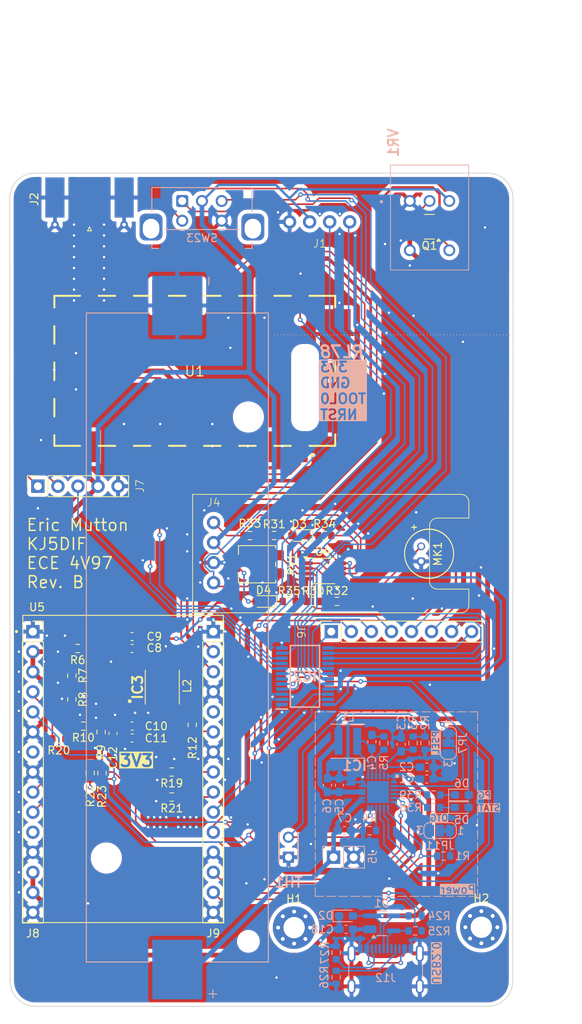
<source format=kicad_pcb>
(kicad_pcb (version 20241229) (generator "pcbnew") (generator_version "9.0")
  (layers (0 "F.Cu" signal) (2 "B.Cu" signal) (13 "F.Paste" user) (15 "B.Paste" user) (5 "F.SilkS" user "F.Silkscreen") (7 "B.SilkS" user "B.Silkscreen") (1 "F.Mask" user) (3 "B.Mask" user) (25 "Edge.Cuts" user))
  (net 0 "")
  (net 1 "GND")
  (net 2 "VBUS")
  (net 3 "Net-(IC1-PMID)")
  (net 4 "Net-(IC1-REGN)")
  (net 5 "Net-(C4-Pad1)")
  (net 6 "Net-(IC1-SW_1)")
  (net 7 "+BATT")
  (net 8 "Net-(IC3-PVIN_1)")
  (net 9 "+3.3V")
  (net 10 "Net-(IC3-FB)")
  (net 11 "/Computing Subsystem/RST")
  (net 12 "/AMP_LRCLK")
  (net 13 "+5V")
  (net 14 "Net-(J12-D-)")
  (net 15 "Net-(J12-D+)")
  (net 16 "/Keypad/COL4")
  (net 17 "/Keypad/COL1")
  (net 18 "/Keypad/COL2")
  (net 19 "/Keypad/COL3")
  (net 20 "Net-(D3-K)")
  (net 21 "Net-(D4-K)")
  (net 22 "Net-(D5-K)")
  (net 23 "Net-(D6-K)")
  (net 24 "/SPIM2_MOSI")
  (net 25 "/ENC_DT")
  (net 26 "/SPIM2_SCLK")
  (net 27 "/~{SPIM2_CS}")
  (net 28 "Net-(IC1-BTST)")
  (net 29 "/BMS_INT")
  (net 30 "/Power Subsystem/~{PG}")
  (net 31 "/BMS_OTG")
  (net 32 "/I2C0_SDA")
  (net 33 "Net-(IC1-PSEL)")
  (net 34 "/~{BMS_CE}")
  (net 35 "Net-(IC1-TS1)")
  (net 36 "Net-(IC1-ILIM)")
  (net 37 "/Power Subsystem/STAT")
  (net 38 "/I2C0_SCL")
  (net 39 "/~{RADIO_PTT}")
  (net 40 "/~{AMP_SD}")
  (net 41 "/Keypad/ROW2")
  (net 42 "/Keypad/ROW3")
  (net 43 "/~{PCF_INT}")
  (net 44 "/Keypad/ROW1")
  (net 45 "/~{RADIO_PD}")
  (net 46 "Net-(IC3-LX2_1)")
  (net 47 "Net-(IC3-LX1_1)")
  (net 49 "Net-(IC3-MODE)")
  (net 50 "Net-(IC3-EN)")
  (net 51 "/ANT")
  (net 52 "/AMP_BCLK")
  (net 53 "/VOL")
  (net 54 "/RADIO_RXD")
  (net 55 "/USB_DP")
  (net 56 "/Computing Subsystem/SPIM2_MISO")
  (net 57 "/AMP_DIN")
  (net 58 "/RADIO_TXD")
  (net 59 "/USB_DN")
  (net 60 "Net-(J12-VCONN)")
  (net 61 "Net-(J12-CC)")
  (net 62 "Net-(MK1-+)")
  (net 63 "/PWR")
  (net 64 "Net-(R10-Pad2)")
  (net 65 "Net-(U4A--)")
  (net 66 "/MIC_IN")
  (net 67 "/Audio Subsystem/MIC_OUT_D")
  (net 68 "Net-(R34-Pad2)")
  (net 69 "/AF_OUT")
  (net 73 "/~{Audio_ON}")
  (net 78 "/Keypad/ROW4")
  (net 79 "+SYS")
  (net 80 "/ENC_CLK")
  (net 81 "/ENC_SW")
  (footprint "Potentiometer_SMD:Potentiometer_Bourns_3314G_Vertical" (layer "F.Cu") (at 62.0595 93.7077 -90)
    (property "Reference" "RV1")
    (property "Value" "Level setpoint")
  )
  (footprint "MountingHole:MountingHole_2.7mm_Pad_Via" (layer "F.Cu") (at 90.475 139.6746)
    (property "Reference" "H2")
    (property "Value" "MountingHole_2.7mm_M2_Pad_Via")
  )
  (footprint "Resistor_SMD:R_0603_1608Metric" (layer "F.Cu") (at 72.1879 98.4166 180)
    (property "Reference" "R32")
    (property "Value" "150k")
  )
  (footprint "Capacitor_SMD:C_0603_1608Metric_Pad1.08x0.95mm_HandSolder" (layer "F.Cu") (at 46.2383 114.2096)
    (property "Reference" "C10")
    (property "Value" "22u")
  )
  (footprint "Resistor_SMD:R_0603_1608Metric" (layer "F.Cu") (at 38.5967 110.8309 90)
    (property "Reference" "R8")
    (property "Value" "2.2M")
  )
  (footprint "spur-demo:QFN50P400X400X100-21N_ISL91127IRNZ-T7A" (layer "F.Cu") (at 43.5529 109.2959 180)
    (property "Reference" "IC3")
    (property "Value" "ISL91127IRNZ-T7A" (hide yes))
  )
  (footprint "Resistor_SMD:R_0603_1608Metric" (layer "F.Cu") (at 39.3315 104.377 180)
    (property "Reference" "R6")
    (property "Value" "10k")
  )
  (footprint "Connector_Coaxial:SMA_Molex_73251-1153_EdgeMount_Horizontal" (layer "F.Cu") (at 40.832 48.9774 -90)
    (property "Reference" "J2")
    (property "Value" "Conn_Coaxial")
  )
  (footprint "spur-demo:HW-834" (layer "F.Cu") (at 67.1218 102.26 -90)
    (property "Reference" "J6")
    (property "Value" "Conn_01x08_Socket")
  )
  (footprint "Package_SO:VSSOP-8_3x3mm_P0.65mm" (layer "F.Cu") (at 70.4093 94.56)
    (property "Reference" "U4")
    (property "Value" "LM393")
  )
  (footprint "LED_SMD:LED_0603_1608Metric_Pad1.05x0.95mm_HandSolder" (layer "F.Cu") (at 67.4136 90.0697 180)
    (property "Reference" "D3")
    (property "Value" "LED")
  )
  (footprint "Resistor_SMD:R_0603_1608Metric" (layer "F.Cu") (at 40.0429 114.2091 180)
    (property "Reference" "R10")
    (property "Value" "1M")
  )
  (footprint "Resistor_SMD:R_0603_1608Metric" (layer "F.Cu") (at 51.245 123.19 180)
    (property "Reference" "R21")
    (property "Value" "10k")
  )
  (footprint "Resistor_SMD:R_0603_1608Metric" (layer "F.Cu") (at 69.1659 98.4139 180)
    (property "Reference" "R30")
    (property "Value" "100k")
  )
  (footprint "Capacitor_SMD:C_0603_1608Metric_Pad1.08x0.95mm_HandSolder" (layer "F.Cu") (at 46.2355 102.8673 180)
    (property "Reference" "C9")
    (property "Value" "10u")
  )
  (footprint "Resistor_SMD:R_0603_1608Metric" (layer "F.Cu") (at 53.848 114.046 90)
    (property "Reference" "R12")
    (property "Value" "10k")
  )
  (footprint "Resistor_SMD:R_0603_1608Metric" (layer "F.Cu") (at 70.6379 90.0745)
    (property "Reference" "R34")
    (property "Value" "10k")
  )
  (footprint "Package_TO_SOT_SMD:SOT-23" (layer "F.Cu") (at 83.9002 50.9591 180)
    (property "Reference" "Q1")
    (property "Value" "ZXMN2A01F")
  )
  (footprint "Connector_PinSocket_2.54mm:PinSocket_1x15_P2.54mm_Vertical" (layer "F.Cu") (at 33.655 102.2485)
    (property "Reference" "J8")
    (property "Value" "1x15")
  )
  (footprint "spur-demo:VMA309" (layer "F.Cu") (at 53.8941 92.2348 -90)
    (property "Reference" "J4")
    (property "Value" "VMA309 Module")
  )
  (footprint "Resistor_SMD:R_0603_1608Metric" (layer "F.Cu") (at 61.1571 90.0745 180)
    (property "Reference" "R33")
    (property "Value" "10k")
  )
  (footprint "spur-demo:PAM8392A" (layer "F.Cu") (at 48.73 83.08 90)
    (property "Reference" "J7")
    (property "Value" "PAM8392A Module")
  )
  (footprint "MountingHole:MountingHole_2.7mm_Pad_Via" (layer "F.Cu") (at 66.751346 139.726497)
    (property "Reference" "H1")
    (property "Value" "MountingHole_2.7mm_M2_Pad_Via")
  )
  (footprint "Resistor_SMD:R_0603_1608Metric" (layer "F.Cu") (at 64.2312 90.0672)
    (property "Reference" "R31")
    (property "Value" "100k")
  )
  (footprint "Capacitor_SMD:C_0603_1608Metric_Pad1.08x0.95mm_HandSolder" (layer "F.Cu") (at 46.2383 115.7104)
    (property "Reference" "C11")
    (property "Value" "22u")
  )
  (footprint "Resistor_SMD:R_0603_1608Metric" (layer "F.Cu") (at 42.418 120.142 -90)
    (property "Reference" "R23")
    (property "Value" "10k")
  )
  (footprint "Resistor_SMD:R_0603_1608Metric" (layer "F.Cu") (at 42.3014 114.9569 90)
    (property "Reference" "R9")
    (property "Value" "1M")
  )
  (footprint "Resistor_SMD:R_0603_1608Metric" (layer "F.Cu") (at 40.905906 120.138534 -90)
    (property "Reference" "R22")
    (property "Value" "10k")
  )
  (footprint "Connector_PinSocket_2.54mm:PinSocket_1x15_P2.54mm_Vertical" (layer "F.Cu") (at 56.515 102.2413)
    (property "Reference" "J9")
    (property "Value" "1x15")
  )
  (footprint "Sensor_Audio:POM-2244P-C3310-2-R" (layer "F.Cu") (at 82.8541 93.34 90)
    (property "Reference" "MK1")
    (property "Value" "Microphone_Condenser" (hide yes))
  )
  (footprint "Inductor_SMD:L_Coilcraft_XxL4020" (layer "F.Cu") (at 50.0483 109.2619 -90)
    (property "Reference" "L2")
    (property "Value" "1u")
  )
  (footprint "Resistor_SMD:R_0603_1608Metric" (layer "F.Cu") (at 51.245 120.015 180)
    (property "Reference" "R19")
    (property "Value" "10k")
  )
  (footprint "sa8x8:G-NICERF_SA868" (layer "F.Cu") (at 54.1627 69.2677 180)
    (property "Reference" "U1")
    (property "Value" "SA868")
    (fp_line (start -12.704333 -6.07558) (end -12.704333 1.958661) (stroke (width 0.01)) (layer "Edge.Cuts"))
    (fp_line (start -13.704333 2.958661) (end -14.244333 2.958661) (stroke (width 0.01)) (layer "Edge.Cuts"))
    (fp_line (start -14.244333 -7.07558) (end -13.704333 -7.07558) (stroke (width 0.01)) (layer "Edge.Cuts"))
    (fp_line (start -15.244333 1.958661) (end -15.244333 -6.07558) (stroke (width 0.01)) (layer "Edge.Cuts"))
    (fp_arc (start -12.704333 1.958661) (mid -12.997226 2.665768) (end -13.704333 2.958661) (stroke (width 0.01)) (layer "Edge.Cuts"))
    (fp_arc (start -13.704333 -7.07558) (mid -12.997226 -6.782687) (end -12.704333 -6.07558) (stroke (width 0.01)) (layer "Edge.Cuts"))
    (fp_arc (start -14.244333 2.958661) (mid -14.95144 2.665768) (end -15.244333 1.958661) (stroke (width 0.01)) (layer "Edge.Cuts"))
    (fp_arc (start -15.244333 -6.07558) (mid -14.95144 -6.782687) (end -14.244333 -7.07558) (stroke (width 0.01)) (layer "Edge.Cuts"))
  )
  (footprint "Resistor_SMD:R_0603_1608Metric" (layer "F.Cu") (at 66.1312 98.4101)
    (property "Reference" "R35")
    (property "Value" "1k")
  )
  (footprint "Capacitor_SMD:C_0603_1608Metric_Pad1.08x0.95mm_HandSolder" (layer "F.Cu") (at 46.2383 104.3753 180)
    (property "Reference" "C8")
    (property "Value" "10u")
  )
  (footprint "LED_SMD:LED_0603_1608Metric_Pad1.05x0.95mm_HandSolder" (layer "F.Cu") (at 62.8737 98.4225 180)
    (property "Reference" "D4")
    (property "Value" "LED")
  )
  (footprint "Capacitor_SMD:C_0603_1608Metric_Pad1.08x0.95mm_HandSolder" (layer "F.Cu") (at 43.8095 115.1303 90)
    (property "Reference" "C12")
    (property "Value" "56p")
  )
  (footprint "spur-demo:XCVR_ESP32-C3-DEVKITM-1" (layer "F.Cu") (at 45.0818 119.63)
    (property "Reference" "U5")
    (property "Value" "XCVR_ESP32-C3-DEVKITM-1")
  )
  (footprint "Resistor_SMD:R_0603_1608Metric" (layer "F.Cu") (at 38.5934 107.8209 90)
    (property "Reference" "R7")
    (property "Value" "10k")
  )
  (footprint "spur-demo:SSD1306" (layer "F.Cu") (at 70.018305 53.591764)
    (property "Reference" "J1")
    (property "Value" "SSD1306 Module")
  )
  (footprint "Resistor_SMD:R_0603_1608Metric" (layer "F.Cu") (at 36.948511 115.811025)
    (property "Reference" "R20")
    (property "Value" "10k" (hide yes))
  )
  (footprint "Resistor_SMD:R_0603_1608Metric" (layer "B.Cu") (at 72.0859 146.0107 90)
    (property "Reference" "R26")
    (property "Value" "5.1k")
  )
  (footprint "Resistor_SMD:R_0603_1608Metric" (layer "B.Cu") (at 78.1154 116.3495 90)
    (property "Reference" "R5")
    (property "Value" "0R")
  )
  (footprint "Resistor_SMD:R_0603_1608Metric" (layer "B.Cu") (at 82.0829 140.1349 180)
    (property "Reference" "R25")
    (property "Value" "0k")
  )
  (footprint "Resistor_SMD:R_0603_1608Metric" (layer "B.Cu") (at 85.700682 130.662737 180)
    (property "Reference" "R1")
    (property "Value" "10k")
  )
  (footprint "Resistor_SMD:R_0603_1608Metric" (layer "B.Cu") (at 84.4432 122.9226 180)
    (property "Reference" "R39")
    (property "Value" "2.2k")
  )
  (footprint "Capacitor_SMD:C_0603_1608Metric_Pad1.08x0.95mm_HandSolder" (layer "B.Cu") (at 76.6068 116.1758 -90)
    (property "Reference" "C4")
    (property "Value" "47n")
  )
  (footprint "LED_SMD:LED_0603_1608Metric_Pad1.05x0.95mm_HandSolder" (layer "B.Cu") (at 87.9992 122.9226)
    (property "Reference" "D6")
    (property "Value" "LED")
  )
  (footprint "Capacitor_SMD:C_0603_1608Metric_Pad1.08x0.95mm_HandSolder" (layer "B.Cu") (at 80.314 116.5193 -90)
    (property "Reference" "C3")
    (property "Value" "1uF")
  )
  (footprint "Inductor_SMD:L_Coilcraft_XxL4020" (layer "B.Cu") (at 73.5655 116.1159 180)
    (property "Reference" "L1")
    (property "Value" "2.2u")
  )
  (footprint "Capacitor_SMD:C_0603_1608Metric_Pad1.08x0.95mm_HandSolder" (layer "B.Cu") (at 73.13 127.4485)
    (property "Reference" "C7")
    (property "Value" "10u")
  )
  (footprint "Capacitor_SMD:C_0603_1608Metric_Pad1.08x0.95mm_HandSolder" (layer "B.Cu") (at 73.341 139.9433)
    (property "Reference" "C18")
    (property "Value" "4.7u")
  )
  (footprint "Resistor_SMD:R_0603_1608Metric" (layer "B.Cu") (at 83.3301 116.3495 -90)
    (property "Reference" "R2")
    (property "Value" "6.86k")
  )
  (footprint "Rotary_Encoder:RotaryEncoder_Bourns_Horizontal_PEC12R-2x17F-Sxxxx" (layer "B.Cu") (at 52.578 47.7012 -90)
    (property "Reference" "SW23")
    (property "Value" "RotaryEncoder_Switch")
  )
  (footprint "Jumper:SolderJumper-3_P1.3mm_Bridged12_RoundedPad1.0x1.5mm_NumberLabels" (layer "B.Cu") (at 86.3092 116.3528 -90)
    (property "Reference" "JP7")
    (property "Value" "PSEL")
  )
  (footprint "Connector_PinHeader_2.54mm:PinHeader_1x02_P2.54mm_Vertical" (layer "B.Cu") (at 71.75 130.81 -90)
    (property "Reference" "J5")
    (property "Value" "Conn_01x02")
  )
  (footprint "Resistor_SMD:R_0603_1608Metric" (layer "B.Cu") (at 82.0829 138.2384)
    (property "Reference" "R24")
    (property "Value" "0k")
  )
  (footprint "Capacitor_SMD:C_0603_1608Metric_Pad1.08x0.95mm_HandSolder" (layer "B.Cu") (at 83.5643 120.8985)
    (property "Reference" "C1")
    (property "Value" "1u")
  )
  (footprint "Diode_SMD:D_0603_1608Metric_Pad1.05x0.95mm_HandSolder" (layer "B.Cu") (at 73.3314 138.2384)
    (property "Reference" "D2")
    (property "Value" "1N5819")
  )
  (footprint "LED_SMD:LED_0603_1608Metric_Pad1.05x0.95mm_HandSolder" (layer "B.Cu") (at 87.9857 124.5138)
    (property "Reference" "D5")
    (property "Value" "LED")
  )
  (footprint "Resistor_SMD:R_0603_1608Metric" (layer "B.Cu") (at 81.8242 116.3495 90)
    (property "Reference" "R3")
    (property "Value" "2.27k")
  )
  (footprint "spur-demo:RK09711110EL" (layer "B.Cu") (at 81.4139 47.6948 90)
    (property "Reference" "VR1")
    (property "Value" "RK09711110EL" (hide yes))
  )
  (footprint "Resistor_SMD:R_0603_1608Metric" (layer "B.Cu") (at 84.4304 124.5123 180)
    (property "Reference" "R38")
    (property "Value" "2.2k")
  )
  (footprint "Resistor_SMD:R_0603_1608Metric" (layer "B.Cu") (at 76.3073 127.4485 180)
    (property "Reference" "R4")
    (property "Value" "265R")
  )
  (footprint "spur-demo:QFN50P400X400X100-25N-D_BQ24193RGER" (layer "B.Cu") (at 77.3913 122.5537 180)
    (property "Reference" "IC1")
    (property "Value" "BQ24193RGER" (hide yes))
  )
  (footprint "Capacitor_SMD:C_0603_1608Metric_Pad1.08x0.95mm_HandSolder" (layer "B.Cu") (at 83.574 119.3956)
    (property "Reference" "C2")
    (property "Value" "10u")
  )
  (footprint "Capacitor_SMD:C_0603_1608Metric_Pad1.08x0.95mm_HandSolder" (layer "B.Cu") (at 72.4912 121.6868 -90)
    (property "Reference" "C5")
    (property "Value" "10u")
  )
  (footprint "Capacitor_SMD:C_0603_1608Metric_Pad1.08x0.95mm_HandSolder" (layer "B.Cu") (at 70.9831 121.6888 -90)
    (property "Reference" "C6")
    (property "Value" "10u")
  )
  (footprint "spur-demo:SOP65P640X120-24N_PCF8575PWR" (layer "B.Cu") (at 68.1227 107.892)
    (property "Reference" "IC2")
    (property "Value" "PCF8575PWR" (hide yes))
  )
  (footprint "Resistor_SMD:R_0603_1608Metric" (layer "B.Cu") (at 72.0859 142.8997 -90)
    (property "Reference" "R27")
    (property "Value" "5.1k")
  )
  (footprint "Package_TO_SOT_SMD:SOT-143_Handsoldering" (layer "B.Cu") (at 77.8434 139.1789)
    (property "Reference" "D1")
    (property "Value" "SP0503BAHTG")
  )
  (footprint "spur-demo:103AT2" (layer "B.Cu") (at 66.04 130.81 180)
    (property "Reference" "TH1")
    (property "Value" "103AT-2" (hide yes))
  )
  (footprint "spur-demo:BAT_1122" (layer "B.Cu") (at 51.96 102.9854 -90)
    (property "Reference" "BT2" (hide yes))
    (property "Value" "1122")
  )
  (footprint "Connector_USB:USB_C_Receptacle_GCT_USB4105-xx-A_16P_TopMnt_Horizontal" (layer "B.Cu") (at 78.3489 146.0915 180)
    (property "Reference" "J12")
    (property "Value" "USB_C_Plug_USB2.0")
  )
  (footprint "Jumper:SolderJumper-3_P1.3mm_Bridged12_RoundedPad1.0x1.5mm_NumberLabels" (layer "B.Cu") (at 85.242399 127.436105 180)
    (property "Reference" "JP11")
    (property "Value" "OTG")
  )
  (gr_rect (start 69.426118 112.397732) (end 90.000118 135.765732) (stroke (width 0.1) (type dash)) (fill no) (layer "B.SilkS"))
  (gr_line (start 64.262 64.651187) (end 94.234 64.650995) (stroke (width 0.1) (type dot)) (layer "B.SilkS"))
  (gr_arc (start 91.288624 44.166002) (mid 93.551817 45.103737) (end 94.488624 47.367325) (stroke (width 0.1)) (layer "Edge.Cuts"))
  (gr_arc (start 94.447643 146.491323) (mid 93.509917 148.753209) (end 91.247644 149.69) (stroke (width 0.1)) (layer "Edge.Cuts"))
  (gr_arc (start 33.973515 149.69) (mid 31.711321 148.753304) (end 30.773516 146.491575) (stroke (width 0.1)) (layer "Edge.Cuts"))
  (gr_line (start 94.488624 47.367325) (end 94.447643 146.491323) (stroke (width 0.1)) (layer "Edge.Cuts"))
  (gr_line (start 33.924725 44.166) (end 91.288624 44.166002) (stroke (width 0.1)) (layer "Edge.Cuts"))
  (gr_line (start 30.724726 47.367575) (end 30.773516 146.491575) (stroke (width 0.1)) (layer "Edge.Cuts"))
  (gr_arc (start 30.724726 47.367575) (mid 31.661428 45.103824) (end 33.924725 44.166) (stroke (width 0.1)) (layer "Edge.Cuts"))
  (gr_line (start 91.247644 149.69) (end 33.973515 149.69) (stroke (width 0.1)) (layer "Edge.Cuts"))
  (gr_text "Eric Mutton\nKJ5DIF\nECE 4V97\nRev. B\n" (at 32.7406 96.8502 0) (layer "F.SilkS") (effects (font (size 1.5 1.5) (thickness 0.1875)) (justify left bottom)))
  (gr_text "3V3" (at 44.512395 117.693384 0) (layer "F.SilkS" knockout) (effects (font (size 1.5 1.5) (thickness 0.3) (bold yes)) (justify left top)))
  (gr_text "PG" (at 91.7956 122.4788 0) (layer "B.SilkS" knockout) (effects (font (size 0.8 0.8) (thickness 0.16) (bold yes)) (justify left top mirror)))
  (gr_text "PSEL" (at 84.234078 114.708223 90) (layer "B.SilkS" knockout) (effects (font (size 0.8 0.8) (thickness 0.16) (bold yes)) (justify left top mirror)))
  (gr_text "STAT" (at 92.9386 124.1044 0) (layer "B.SilkS" knockout) (effects (font (size 0.8 0.8) (thickness 0.16) (bold yes)) (justify left top mirror)))
  (gr_text "USB2.0" (at 84.144907 147.026677 -90) (layer "B.SilkS" knockout) (effects (font (size 1 1)) (justify left bottom mirror)))
  (gr_text "RL78" (at 75.8444 67.691 0) (layer "B.SilkS") (effects (font (size 1.5 1.5) (thickness 0.3) (bold yes) (italic yes)) (justify left bottom mirror)))
  (gr_text "Power" (at 89.839059 135.483212 -0) (layer "B.SilkS" knockout) (effects (font (size 1 1)) (justify left bottom mirror)))
  (gr_text "3V3\nGND\nTOOL0\nNRST" (at 69.9008 67.9958 0) (layer "B.SilkS" knockout) (effects (font (size 1.25 1.25) (thickness 0.25) (bold yes)) (justify right top mirror)))
  (gr_text "OTG" (at 86.352266 125.372129 0) (layer "B.SilkS" knockout) (effects (font (size 0.8 0.8) (thickness 0.16) (bold yes)) (justify left top mirror)))
  (segment (start 54.864 93.472) (end 56.521273 93.472) (width 0.2) (layer "F.Cu") (net 1))
  (segment (start 52.832 110.4552) (end 49.0776 114.2096) (width 0.2) (layer "F.Cu") (net 1))
  (segment (start 47.1008 104.3753) (end 47.1008 102.8701) (width 0.2) (layer "F.Cu") (net 1))
  (segment (start 66.9562 98.4101) (end 68.3371 98.4101) (width 0.2) (layer "F.Cu") (net 1))
  (segment (start 39.6001 110.0059) (end 40.057393 109.548607) (width 0.6) (layer "F.Cu") (net 1))
  (segment (start 47.1008 115.7104) (end 47.1008 114.2096) (width 0.2) (layer "F.Cu") (net 1))
  (segment (start 49.0776 114.2096) (end 47.1008 114.2096) (width 0.2) (layer "F.Cu") (net 1))
  (segment (start 45.5529 109.2959) (end 52.6539 109.2959) (width 0.2) (layer "F.Cu") (net 1))
  (segment (start 45.5529 109.2959) (end 43.5529 109.2959) (width 0.2) (layer "F.Cu") (net 1))
  (segment (start 40.057393 109.548607) (end 43.300193 109.548607) (width 0.6) (layer "F.Cu") (net 1))
  (segment (start 52.6539 109.2959) (end 52.832 109.474) (width 0.2) (layer "F.Cu") (net 1))
  (segment (start 38.5967 110.0059) (end 39.6001 110.0059) (width 0.6) (layer "F.Cu") (net 1))
  (segment (start 68.2968 95.535) (end 68.2968 98.3698) (width 0.2) (layer "F.Cu") (net 1))
  (segment (start 52.832 109.474) (end 52.832 110.4552) (width 0.2) (layer "F.Cu") (net 1))
  (segment (start 57.912 93.472) (end 56.586927 93.472) (width 0.2) (layer "F.Cu") (net 1))
  (via (at 58.42 95.504) (size 0.6) (drill 0.3) (layers "F.Cu" "B.Cu") (net 1))
  (via (at 49.784 127) (size 0.6) (drill 0.3) (layers "F.Cu" "B.Cu") (net 1))
  (via (at 54.61 104.14) (size 0.6) (drill 0.3) (layers "F.Cu" "B.Cu") (net 1))
  (via (at 92.069025 104.394) (size 0.6) (drill 0.3) (layers "F.Cu" "B.Cu") (net 1))
  (via (at 81.5848 123.5456) (size 0.6) (drill 0.3) (layers "F.Cu" "B.Cu") (net 1))
  (via (at 38.862 54.808471) (size 0.6) (drill 0.3) (layers "F.Cu" "B.Cu") (net 1))
  (via (at 44.069 117.856) (size 0.6) (drill 0.3) (layers "F.Cu" "B.Cu") (net 1))
  (via (at 40.64 136.652) (size 0.6) (drill 0.3) (layers "F.Cu" "B.Cu") (net 1))
  (via (at 53.213 89.916) (size 0.6) (drill 0.3) (layers "F.Cu" "B.Cu") (net 1))
  (via (at 72.505653 51.88681) (size 0.6) (drill 0.3) (layers "F.Cu" "B.Cu") (net 1))
  (via (at 85.0138 132.842) (size 0.6) (drill 0.3) (layers "F.Cu" "B.Cu") (net 1))
  (via (at 65.227334 112.441618) (size 0.6) (drill 0.3) (layers "F.Cu" "B.Cu") (net 1))
  (via (at 60.881415 78.747144) (size 0.6) (drill 0.3) (layers "F.Cu" "B.Cu") (net 1))
  (via (at 56.515 100.711) (size 0.6) (drill 0.3) (layers "F.Cu" "B.Cu") (net 1))
  (via (at 81.28 114.3) (size 0.6) (drill 0.3) (layers "F.Cu" "B.Cu") (net 1))
  (via (at 69.913545 112.353294) (size 0.6) (drill 0.3) (layers "F.Cu" "B.Cu") (net 1))
  (via (at 72.488669 60.599895) (size 0.6) (drill 0.3) (layers "F.Cu" "B.Cu") (net 1))
  (via (at 62.992 62.484) (size 0.6) (drill 0.3) (layers "F.Cu" "B.Cu") (net 1))
  (via (at 67.818 96.774) (size 0.6) (drill 0.3) (layers "F.Cu" "B.Cu") (net 1))
  (via (at 47.573083 93.207749) (size 0.6) (drill 0.3) (layers "F.Cu" "B.Cu") (net 1))
  (via (at 67.564 56.896) (size 0.6) (drill 0.3) (layers "F.Cu" "B.Cu") (net 1))
  (via (at 70.0024 49.3268) (size 0.6) (drill 0.3) (layers "F.Cu" "B.Cu") (net 1))
  (via (at 38.862 50.6923) (size 0.6) (drill 0.3) (layers "F.Cu" "B.Cu") (net 1))
  (via (at 64.81069 115.873378) (size 0.6) (drill 0.3) (layers "F.Cu" "B.Cu") (net 1))
  (via (at 82.6262 132.6388) (size 0.6) (drill 0.3) (layers "F.Cu" "B.Cu") (net 1))
  (via (at 66.1416 101.6508) (size 0.6) (drill 0.3) (layers "F.Cu" "B.Cu") (net 1))
  (via (at 78.120855 72.089194) (size 0.6) (drill 0.3) (layers "F.Cu" "B.Cu") (net 1))
  (via (at 64.707468 49.139796) (size 0.6) (drill 0.3) (layers "F.Cu" "B.Cu") (net 1))
  (via (at 64.516 146.05) (size 0.6) (drill 0.3) (layers "F.Cu" "B.Cu") (net 1))
  (via (at 60.96 105.41) (size 0.6) (drill 0.3) (layers "F.Cu" "B.Cu") (net 1))
  (via (at 78.199624 66.837939) (size 0.6) (drill 0.3) (layers "F.Cu" "B.Cu") (net 1))
  (via (at 58.039 102.235) (size 0.6) (drill 0.3) (layers "F.Cu" "B.Cu") (net 1))
  (via (at 42.676175 60.296699) (size 0.6) (drill 0.3) (layers "F.Cu" "B.Cu") (net 1))
  (via (at 50.64366 89.166407) (size 0.6) (drill 0.3) (layers "F.Cu" "B.Cu") (net 1))
  (via (at 56.388 78.74) (size 0.6) (drill 0.3) (layers "F.Cu" "B.Cu") (net 1))
  (via (at 39.116 71.5679) (size 0.6) (drill 0.3) (layers "F.Cu" "B.Cu") (net 1))
  (via (at 38.862 53.436414) (size 0.6) (drill 0.3) (layers "F.Cu" "B.Cu") (net 1))
  (via (at 53.213 98.044) (size 0.6) (drill 0.3) (layers "F.Cu" "B.Cu") (net 1))
  (via (at 31.877 135.255) (size 0.6) (drill 0.3) (layers "F.Cu" "B.Cu") (net 1))
  (via (at 38.862 58.924642) (size 0.6) (drill 0.3) (layers "F.Cu" "B.Cu") (net 1))
  (via (at 54.864 96.012) (size 0.6) (drill 0.3) (layers "F.Cu" "B.Cu") (net 1))
  (via (at 54.61 118.364) (size 0.6) (drill 0.3) (layers "F.Cu" "B.Cu") (net 1))
  (via (at 31.877 112.268) (size 0.6) (drill 0.3) (layers "F.Cu" "B.Cu") (net 1))
  (via (at 34.671 77.978) (size 0.6) (drill 0.3) (layers "F.Cu" "B.Cu") (net 1))
  (via (at 68.8848 129.1336) (size 0.6) (drill 0.3) (layers "F.Cu" "B.Cu") (net 1))
  (via (at 36.83 104.775) (size 0.6) (drill 0.3) (layers "F.Cu" "B.Cu") (net 1))
  (via (at 73.404566 87.20166) (size 0.6) (drill 0.3) (layers "F.Cu" "B.Cu") (net 1))
  (via (at 66.548 110.492527) (size 0.6) (drill 0.3) (layers "F.Cu" "B.Cu") (net 1))
  (via (at 76.708 130.048) (size 0.6) (drill 0.3) (layers "F.Cu" "B.Cu") (net 1))
  (via (at 41.529 116.967) (size 0.6) (drill 0.3) (layers "F.Cu" "B.Cu") (net 1))
  (via (at 83.947 108.966) (size 0.6) (drill 0.3) (layers "F.Cu" "B.Cu") (net 1))
  (via (at 57.912 93.472) (size 0.6) (drill 0.3) (layers "F.Cu" "B.Cu") (net 1))
  (via (at 74.50113 52.070604) (size 0.6) (drill 0.3) (layers "F.Cu" "B.Cu") (net 1))
  (via (at 72.136 96.774) (size 0.6) (drill 0.3) (layers "F.Cu" "B.Cu") (net 1))
  (via (at 74.549 109.474) (size 0.6) (drill 0.3) (layers "F.Cu" "B.Cu") (net 1))
  (via (at 62.738 96.012) (size 0.6) (drill 0.3) (layers "F.Cu" "B.Cu") (net 1))
  (via (at 49.022 125.73) (size 0.6) (drill 0.3) (layers "F.Cu" "B.Cu") (net 1))
  (via (at 78.252136 69.594848) (size 0.6) (drill 0.3) (layers "F.Cu" "B.Cu") (net 1))
  (via (at 58.773988 125.773988) (size 0.6) (drill 0.3) (layers "F.Cu" "B.Cu") (net 1))
  (via (at 36.83 108.712) (size 0.6) (drill 0.3) (layers "F.Cu" "B.Cu") (net 1))
  (via (at 50.546 125.73) (size 0.6) (drill 0.3) (layers "F.Cu" "B.Cu") (net 1))
  (via (at 53.213 100.711) (size 0.6) (drill 0.3) (layers "F.Cu" "B.Cu") (net 1))
  (via (at 31.877 132.715) (size 0.6) (drill 0.3) (layers "F.Cu" "B.Cu") (net 1))
  (via (at 58.42 62.484) (size 0.6) (drill 0.3) (layers "F.Cu" "B.Cu") (net 1))
  (via (at 78.269503 53.153433) (size 0.6) (drill 0.3) (layers "F.Cu" "B.Cu") (net 1))
  (via (at 54.864 93.472) (size 0.6) (drill 0.3) (layers "F.Cu" "B.Cu") (net 1))
  (via (at 76.14057 89.816689) (size 0.6) (drill 0.3) (layers "F.Cu" "B.Cu") (net 1))
  (via (at 54.864 101.981) (size 0.6) (drill 0.3) (layers "F.Cu" "B.Cu") (net 1))
  (via (at 31.877 122.555) (size 0.6) (drill 0.3) (layers "F.Cu" "B.Cu") (net 1))
  (via (at 73.612413 91.813884) (size 0.6) (drill 0.3) (layers "F.Cu" "B.Cu") (net 1))
  (via (at 66.380176 88.277944) (size 0.6) (drill 0.3) (layers "F.Cu" "B.Cu") (net 1))
  (via (at 48.26 127) (size 0.6) (drill 0.3) (layers "F.Cu" "B.Cu") (net 1))
  (via (at 49.784 75.946) (size 0.6) (drill 0.3) (layers "F.Cu" "B.Cu") (net 1))
  (via (at 38.866175 60.296699) (size 0.6) (drill 0.3) (layers "F.Cu" "B.Cu") (net 1))
  (via (at 42.672 56.182381) (size 0.6) (drill 0.3) (layers "F.Cu" "B.Cu") (net 1))
  (via (at 68.039543 112.50524) (size 0.6) (drill 0.3) (layers "F.Cu" "B.Cu") (net 1))
  (via (at 40.132 110.363) (size 0.6) (drill 0.3) (layers "F.Cu" "B.Cu") (net 1))
  (via (at 55.372 86.868) (size 0.6) (drill 0.3) (layers "F.Cu" "B.Cu") (net 1))
  (via (at 38.1 82.55) (size 0.6) (drill 0.3) (layers "F.Cu" "B.Cu") (net 1))
  (via (at 38.862 56.180528) (size 0.6) (drill 0.3) (layers "F.Cu" "B.Cu") (net 1))
  (via (at 58.42 118.364) (size 0.6) (drill 0.3) (layers "F.Cu" "B.Cu") (net 1))
  (via (at 64.008 110.49) (size 0.6) (drill 0.3) (layers "F.Cu" "B.Cu") (net 1))
  (via (at 49.276 118.11) (size 0.6) (drill 0.3) (layers "F.Cu" "B.Cu") (net 1))
  (via (at 35.052 106.045) (size 0.6) (drill 0.3) (layers "F.Cu" "B.Cu") (net 1))
  (via (at 42.673193 52.068063) (size 0.6) (drill 0.3) (layers "F.Cu" "B.Cu") (net 1))
  (via (at 74.74473 63.395449) (size 0.6) (drill 0.3) (layers "F.Cu" "B.Cu") (net 1))
  (via (at 52.832 125.73) (size 0.6) (drill 0.3) (layers "F.Cu" "B.Cu") (net 1))
  (via (at 62.641017 118.811976) (size 0.6) (drill 0.3) (layers "F.Cu" "B.Cu") (net 1))
  (via (at 81.8896 62.23) (size 0.6) (drill 0.3) (layers "F.Cu" "B.Cu") (net 1))
  (via (at 58.801 99.314) (size 0.6) (drill 0.3) (layers "F.Cu" "B.Cu") (net 1))
  (via (at 62.848094 114.945713) (size 0.6) (drill 0.3) (layers "F.Cu" "B.Cu") (net 1))
  (via (at 48.26 125.73) (size 0.6) (drill 0.3) (layers "F.Cu" "B.Cu") (net 1))
  (via (at 66.018542 97.205621) (size 0.6) (drill 0.3) (layers "F.Cu" "B.Cu") (net 1))
  (via (at 42.672596 54.810942) (size 0.6) (drill 0.3) (layers "F.Cu" "B.Cu") (net 1))
  (via (at 37.338 110.744) (size 0.6) (drill 0.3) (layers "F.Cu" "B.Cu") (net 1))
  (via (at 81.407 55.88) (size 0.6) (drill 0.3) (layers "F.Cu" "B.Cu") (net 1))
  (via (at 72.517 92.71) (size 0.6) (drill 0.3) (layers "F.Cu" "B.Cu") (net 1))
  (via (at 49.784 125.73) (size 0.6) (drill 0.3) (layers "F.Cu" "B.Cu") (net 1))
  (via (at 36.3652 69.088) (size 0.6) (drill 0.3) (layers "F.Cu" "B.Cu") (net 1))
  (via (at 71.2724 88.8492) (size 0.6) (drill 0.3) (layers "F.Cu" "B.Cu") (net 1))
  (via (at 41.656 113.157) (size 0.6) (drill 0.3) (layers "F.Cu" "B.Cu") (net 1))
  (via (at 31.877 104.775) (size 0.6) (drill 0.3) (layers "F.Cu" "B.Cu") (net 1))
  (via (at 49.022 127) (size 0.6) (drill 0.3) (layers "F.Cu" "B.Cu") (net 1))
  (via (at 54.356 127) (size 0.6) (drill 0.3) (layers "F.Cu" "B.Cu") (net 1))
  (via (at 85.471 99.314) (size 0.6) (drill 0.3) (layers "F.Cu" "B.Cu") (net 1))
  (via (at 74.873378 88.569174) (size 0.6) (drill 0.3) (layers "F.Cu" "B.Cu") (net 1))
  (via (at 63 133.604) (size 0.6) (drill 0.3) (layers "F.Cu" "B.Cu") (net 1))
  (via (at 37.719 102.743) (size 0.6) (drill 0.3) (layers "F.Cu" "B.Cu") (net 1))
  (via (at 52.07 125.73) (size 0.6) (drill 0.3) (layers "F.Cu" "B.Cu") (net 1))
  (via (at 39.624 112.776) (size 0.6) (drill 0.3) (layers "F.Cu" "B.Cu") (net 1))
  (via (at 58.674 66.294) (size 0.6) (drill 0.3) (layers "F.Cu" "B.Cu") (net 1))
  (via (at 39.116 66.968) (size 0.6) (drill 0.3) (layers "F.Cu" "B.Cu") (net 1))
  (via (at 45.339 117.094) (size 0.6) (drill 0.3) (layers "F.Cu" "B.Cu") (net 1))
  (via (at 88.138 65.532) (size 0.6) (drill 0.3) (layers "F.Cu" "B.Cu") (net 1))
  (via (at 58 121) (size 0.6) (drill 0.3) (layers "F.Cu" "B.Cu") (net 1))
  (via (at 67.818 86.868) (size 0.6) (drill 0.3) (layers "F.Cu" "B.Cu") (net 1))
  (via (at 42.673789 50.696624) (size 0.6) (drill 0.3) (layers "F.Cu" "B.Cu") (net 1))
  (via (at 53.594 127) (size 0.6) (drill 0.3) (layers "F.Cu" "B.Cu") (net 1))
  (via (at 53.594 125.73) (size 0.6) (drill 0.3) (layers "F.Cu" "B.Cu") (net 1))
  (via (at 42.674982 53.439503) (size 0.6) (drill 0.3) (layers "F.Cu" "B.Cu") (net 1))
  (via (at 65.1847 103.632) (size 0.6) (drill 0.3) (layers "F.Cu" "B.Cu") (net 1))
  (via (at 49.276 123.698) (size 0.6) (drill 0.3) (layers "F.Cu" "B.Cu") (net 1))
  (via (at 69.094303 88.733782) (size 0.6) (drill 0.3) (layers "F.Cu" "B.Cu") (net 1))
  (via (at 74.5236 126.0348) (size 0.6) (drill 0.3) (layers "F.Cu" "B.Cu") (net 1))
  (via (at 48.26 112.522) (size 0.6) (drill 0.3) (layers "F.Cu" "B.Cu") (net 1))
  (via (at 75.438 120.65) (size 0.6) (drill 0.3) (layers "F.Cu" "B.Cu") (net 1))
  (via (at 60.862826 126.656633) (size 0.6) (drill 0.3) (layers "F.Cu" "B.Cu") (net 1))
  (via (at 65.278 78.74) (size 0.6) (drill 0.3) (layers "F.Cu" "B.Cu") (net 1))
  (via (at 31.877 107.315) (size 0.6) (drill 0.3) (layers "F.Cu" "B.Cu") (net 1))
  (via (at 62.553643 113.071984) (size 0.6) (drill 0.3) (layers "F.Cu" "B.Cu") (net 1))
  (via (at 60.706 134.112) (size 0.6) (drill 0.3) (layers "F.Cu" "B.Cu") (net 1))
  (via (at 35.433 102.743) (size 0.6) (drill 0.3) (layers "F.Cu" "B.Cu") (net 1))
  (via (at 56.388 75.946) (size 0.6) (drill 0.3) (layers "F.Cu" "B.Cu") (net 1))
  (via (at 90.424 94.107) (size 0.6) (drill 0.3) (layers "F.Cu" "B.Cu") (net 1))
  (via (at 72.644 107.188) (size 0.6) (drill 0.3) (layers "F.Cu" "B.Cu") (net 1))
  (via (at 90.17 97.663) (size 0.6) (drill 0.3) (layers "F.Cu" "B.Cu") (net 1))
  (via (at 31.877 125.095) (size 0.6) (drill 0.3) (layers "F.Cu" "B.Cu") (net 1))
  (via (at 87.0712 118.9228) (size 0.6) (drill 0.3) (layers "F.Cu" "B.Cu") (net 1))
  (via (at 90.932 51.054) (size 0.6) (drill 0.3) (layers "F.Cu" "B.Cu") (net 1))
  (via (at 50.502397 104.103518) (size 0.6) (drill 0.3) (layers "F.Cu" "B.Cu") (net 1))
  (via (at 38.862 52.064357) (size 0.6) (drill 0.3) (layers "F.Cu" "B.Cu") (net 1))
  (via (at 42.674386 58.92526) (size 0.6) (drill 0.3) (layers "F.Cu" "B.Cu") (net 1))
  (via (at 81.8134 130.556) (size 0.6) (drill 0.3) (layers "F.Cu" "B.Cu") (net 1))
  (via (at 73.190866 141.107161) (size 0.6) (drill 0.3) (layers "F.Cu" "B.Cu") (net 1))
  (via (at 53.213 92.075) (size 0.6) (drill 0.3) (layers "F.Cu" "B.Cu") (net 1))
  (via (at 81.788 98.044) (size 0.6) (drill 0.3) (layers "F.Cu" "B.Cu") (net 1))
  (via (at 61.087 101.727) (size 0.6) (drill 0.3) (layers "F.Cu" "B.Cu") (net 1))
  (via (at 82.218412 87.127244) (size 0.6) (drill 0.3) (layers "F.Cu" "B.Cu") (net 1))
  (via (at 78.8162 133.5278) (size 0.6) (drill 0.3) (layers "F.Cu" "B.Cu") (net 1))
  (via (at 64.516 97.282) (size 0.6) (drill 0.3) (layers "F.Cu" "B.Cu") (net 1))
  (via (at 51.562 118.364) (size 0.6) (drill 0.3) (layers "F.Cu" "B.Cu") (net 1))
  (via (at 43.561 106.045) (size 0.6) (drill 0.3) (layers "F.Cu" "B.Cu") (net 1))
  (via (at 89.916 126.746) (size 0.6) (drill 0.3) (layers "F.Cu" "B.Cu") (net 1))
  (via (at 72.644 109.516999) (size 0.6) (drill 0.3) (layers "F.Cu" "B.Cu") (net 1))
  (via (at 50.546 127) (size 0.6) (drill 0.3) (layers "F.Cu" "B.Cu") (net 1))
  (via (at 71.961079 86.049402) (size 0.6) (drill 0.3) (layers "F.Cu" "B.Cu") (net 1))
  (via (at 80.264 52.705) (size 0.6) (drill 0.3) (layers "F.Cu" "B.Cu") (net 1))
  (via (at 49.403 121.031) (size 0.6) (drill 0.3) (layers "F.Cu" "B.Cu") (net 1))
  (via (at 38.862 57.552585) (size 0.6) (drill 0.3) (layers "F.Cu" "B.Cu") (net 1))
  (via (at 46.609 112.522) (size 0.6) (drill 0.3) (layers "F.Cu" "B.Cu") (net 1))
  (via (at 52.832 127) (size 0.6) (drill 0.3) (layers "F.Cu" "B.Cu") (net 1))
  (via (at 54.356 125.73) (size 0.6) (drill 0.3) (layers "F.Cu" "B.Cu") (net 1))
  (via (at 42.675579 57.55382) (size 0.6) (drill 0.3) (layers "F.Cu" "B.Cu") (net 1))
  (via (at 41.656 111.379) (size 0.6) (drill 0.3) (layers "F.Cu" "B.Cu") (net 1))
  (via (at 78.45613 64.401356) (size 0.6) (drill 0.3) (layers "F.Cu" "B.Cu") (net 1))
  (via (at 34.29 86.614) (size 0.6) (drill 0.3) (layers "F.Cu" "B.Cu") (net 1))
  (via (at 82.4992 127.6096) (size 0.6) (drill 0.3) (layers "F.Cu" "B.Cu") (net 1))
  (via (at 44.069 112.776) (size 0.6) (drill 0.3) (layers "F.Cu" "B.Cu") (net 1))
  (via (at 67.818 92.202) (size 0.6) (drill 0.3) (layers "F.Cu" "B.Cu") (net 1))
  (via (at 31.877 109.855) (size 0.6) (drill 0.3) (layers "F.Cu" "B.Cu") (net 1))
  (via (at 52.07 127) (size 0.6) (drill 0.3) (layers "F.Cu" "B.Cu") (net 1))
  (via (at 72.5424 49.3268) (size 0.6) (drill 0.3) (layers "F.Cu" "B.Cu") (net 1))
  (via (at 45.212 75.946) (size 0.6) (drill 0.3) (layers "F.Cu" "B.Cu") (net 1))
  (via (at 78.777262 61.849246) (size 0.6) (drill 0.3) (layers "F.Cu" "B.Cu") (net 1))
  (via (at 76.708 99.06) (size 0.6) (drill 0.3) (layers "F.Cu" "B.Cu") (net 1))
  (via (at 59.944 100.457) (size 0.6) (drill 0.3) (layers "F.Cu" "B.Cu") (net 1))
  (via (at 31.877 117.475) (size 0.6) (drill 0.3) (layers "F.Cu" "B.Cu") (net 1))
  (via (at 31.877 127.635) (size 0.6) (drill 0.3) (layers "F.Cu" "B.Cu") (net 1))
  (segment (start 75.438 121.3504) (end 76.6413 122.5537) (width 0.2) (layer "B.Cu") (net 1))
  (segment (start 65.1847 103.632) (end 65.1847 104.317) (width 0.2) (layer "B.Cu") (net 1))
  (segment (start 65.1847 110.817) (end 66.223527 110.817) (width 0.2) (layer "B.Cu") (net 1))
  (segment (start 76.3434 139.9289) (end 74.2179 139.9289) (width 0.2) (layer "B.Cu") (net 1))
  (segment (start 75.3913 121.8037) (end 75.3913 121.3037) (width 0.2) (layer "B.Cu") (net 1))
  (segment (start 64.081 110.817) (end 65.1847 110.817) (width 0.2) (layer "B.Cu") (net 1))
  (segment (start 65.1847 110.167) (end 66.222473 110.167) (width 0.2) (layer "B.Cu") (net 1))
  (segment (start 66.222473 110.167) (end 66.548 110.492527) (width 0.2) (layer "B.Cu") (net 1))
  (segment (start 64.008 110.236) (end 64.077 110.167) (width 0.2) (layer "B.Cu") (net 1))
  (segment (start 75.438 120.65) (end 75.438 121.3504) (width 0.2) (layer "B.Cu") (net 1))
  (segment (start 74.29 130.81) (end 74.29 127.746) (width 0.2) (layer "B.Cu") (net 1))
  (segment (start 71.0607 109.517) (end 72.644 109.516999) (width 0.2) (layer "B.Cu") (net 1))
  (segment (start 84.4268 120.8985) (end 84.4268 119.4053) (width 0.2) (layer "B.Cu") (net 1))
  (segment (start 66.223527 110.817) (end 66.548 110.492527) (width 0.2) (layer "B.Cu") (net 1))
  (segment (start 75.4823 127.4485) (end 73.9925 127.4485) (width 0.2) (layer "B.Cu") (net 1))
  (segment (start 64.008 110.49) (end 64.008 110.236) (width 0.2) (layer "B.Cu") (net 1))
  (segment (start 64.008 110.49) (end 64.008 110.744) (width 0.2) (layer "B.Cu") (net 1))
  (segment (start 64.008 110.744) (end 64.081 110.817) (width 0.2) (layer "B.Cu") (net 1))
  (segment (start 64.077 110.167) (end 65.1847 110.167) (width 0.2) (layer "B.Cu") (net 1))
  (segment (start 70.9831 120.8263) (end 72.4892 120.8263) (width 0.2) (layer "B.Cu") (net 1))
  (segment (start 83.82 136.6012) (end 83.82 123.444) (width 0.6) (layer "F.Cu") (net 2))
  (segment (start 77.9251 138.2289) (end 82.1923 138.2289) (width 0.6) (layer "F.Cu") (net 2))
  (segment (start 83.82 123.444) (end 81.28 120.904) (width 0.6) (layer "F.Cu") (net 2))
  (segment (start 80.264 144.18) (end 76.2 144.18) (width 0.2) (layer "F.Cu") (net 2))
  (segment (start 82.1923 138.2289) (end 83.82 136.6012) (width 0.6) (layer "F.Cu") (net 2))
  (via (at 77.9251 138.2289) (size 0.6) (drill 0.3) (layers "F.Cu" "B.Cu") (net 2))
  (via (at 81.28 120.904) (size 0.6) (drill 0.3) (layers "F.Cu" "B.Cu") (net 2))
  (via (at 76.2 144.18) (size 0.6) (drill 0.3) (layers "F.Cu" "B.Cu") (net 2))
  (via (at 80.264 144.18) (size 0.6) (drill 0.3) (layers "F.Cu" "B.Cu") (net 2))
  (segment (start 77.9251 138.2289) (end 76.3434 138.2289) (width 0.6) (layer "B.Cu") (net 2))
  (segment (start 76.2 144.18) (end 76.2 143.271592) (width 0.2) (layer "B.Cu") (net 2))
  (segment (start 79.3913 120.5537) (end 78.6413 120.5537) (width 0.3) (layer "B.Cu") (net 2))
  (segment (start 76.3434 138.2289) (end 74.2159 138.2289) (width 0.2) (layer "B.Cu") (net 2))
  (segment (start 79.3913 121.3037) (end 79.3913 120.5537) (width 0.3) (layer "B.Cu") (net 2))
  (segment (start 77.6979 140.462) (end 77.6979 139.082786) (width 0.2) (layer "B.Cu") (net 2))
  (segment (start 77.0092 141.1507) (end 77.6979 140.462) (width 0.2) (layer "B.Cu") (net 2))
  (segment (start 81.28 120.904) (end 82.6963 120.904) (width 0.6) (layer "B.Cu") (net 2))
  (segment (start 80.772 120.396) (end 81.28 120.904) (width 0.6) (layer "B.Cu") (net 2))
  (segment (start 77.6979 139.082786) (end 76.844014 138.2289) (width 0.2) (layer "B.Cu") (net 2))
  (segment (start 75.9489 141.836501) (end 76.634701 141.1507) (width 0.2) (layer "B.Cu") (net 2))
  (segment (start 80.264 143.355224) (end 80.7489 142.870324) (width 0.2) (layer "B.Cu") (net 2))
  (segment (start 79.3913 120.5537) (end 79.549 120.396) (width 0.6) (layer "B.Cu") (net 2))
  (segment (start 76.2 143.271592) (end 75.9489 143.020492) (width 0.2) (layer "B.Cu") (net 2))
  (segment (start 80.264 144.18) (end 80.264 143.355224) (width 0.2) (layer "B.Cu") (net 2))
  (segment (start 79.549 120.396) (end 80.772 120.396) (width 0.6) (layer "B.Cu") (net 2))
  (segment (start 76.634701 141.1507) (end 77.0092 141.1507) (width 0.2) (layer "B.Cu") (net 2))
  (segment (start 75.9489 143.020492) (end 75.9489 141.836501) (width 0.2) (layer "B.Cu") (net 2))
  (segment (start 82.7115 119.3956) (end 78.6474 119.3956) (width 0.2) (layer "B.Cu") (net 3))
  (segment (start 78.1413 119.9017) (end 78.1413 120.5537) (width 0.2) (layer "B.Cu") (net 3))
  (segment (start 78.6474 119.3956) (end 78.1413 119.9017) (width 0.2) (layer "B.Cu") (net 3))
  (segment (start 77.6413 119.8346) (end 77.6413 120.5537) (width 0.2) (layer "B.Cu") (net 4))
  (segment (start 81.8242 117.1745) (end 80.5213 117.1745) (width 0.2) (layer "B.Cu") (net 4))
  (segment (start 80.0941 117.3818) (end 77.6413 119.8346) (width 0.2) (layer "B.Cu") (net 4))
  (segment (start 78.1154 115.5245) (end 76.818 115.5245) (width 0.2) (layer "B.Cu") (net 5))
  (segment (start 76.6068 117.0383) (end 76.6068 120.5192) (width 0.2) (layer "B.Cu") (net 6))
  (segment (start 74.7505 117.4225) (end 76.1413 118.8133) (width 0.2) (layer "B.Cu") (net 6))
  (segment (start 74.7505 116.1159) (end 75.6844 116.1159) (width 0.2) (layer "B.Cu") (net 6))
  (segment (start 75.6844 116.1159) (end 76.6068 117.0383) (width 0.2) (layer "B.Cu") (net 6))
  (segment (start 76.1413 118.8133) (end 76.1413 120.5537) (width 0.2) (layer "B.Cu") (net 6))
  (segment (start 71.75 130.81) (end 71.75 127.966) (width 0.6) (layer "B.Cu") (net 7))
  (segment (start 72.2675 127.4485) (end 72.2675 126.500963) (width 0.6) (layer "B.Cu") (net 7))
  (segment (start 71.75 127.966) (end 72.2675 127.4485) (width 0.6) (layer "B.Cu") (net 7))
  (segment (start 72.2675 126.500963) (end 75.174438 123.594025) (width 0.6) (layer "B.Cu") (net 7))
  (segment (start 54.1006 145.0354) (end 65.6844 133.4516) (width 0.6) (layer "B.Cu") (net 7))
  (segment (start 65.6844 133.4516) (end 69.1084 133.4516) (width 0.6) (layer "B.Cu") (net 7))
  (segment (start 69.1084 133.4516) (end 71.75 130.81) (width 0.6) (layer "B.Cu") (net 7))
  (segment (start 44.5529 107.2959) (end 44.5529 105.1982) (width 0.2) (layer "F.Cu") (net 8))
  (segment (start 77.216 48.006) (end 79.248 45.974) (width 0.3) (layer "F.Cu") (net 8))
  (segment (start 54.864 100.711) (end 57.023 98.552) (width 0.3) (layer "F.Cu") (net 8))
  (segment (start 85.175487 46.821487) (end 85.175487 49.671313) (width 0.3) (layer "F.Cu") (net 8))
  (segment (start 84.328 45.974) (end 85.175487 46.821487) (width 0.3) (layer "F.Cu") (net 8))
  (segment (start 38.5934 106.9959) (end 37.8055 106.208) (width 0.2) (layer "F.Cu") (net 8))
  (segment (start 44.5529 105.1982) (end 45.3758 104.3753) (width 0.2) (layer "F.Cu") (net 8))
  (segment (start 77.216 55.88) (end 77.216 48.006) (width 0.3) (layer "F.Cu") (net 8))
  (segment (start 38.093436 103.601) (end 39.3805 103.601) (width 0.2) (layer "F.Cu") (net 8))
  (segment (start 60.706 100.076) (end 83.312 100.076) (width 0.3) (layer "F.Cu") (net 8))
  (segment (start 42.5529 107.2959) (end 42.5529 105.7989) (width 0.2) (layer "F.Cu") (net 8))
  (segment (start 42.5529 105.7989) (end 41.131 104.377) (width 0.2) (layer "F.Cu") (net 8))
  (segment (start 41.131 104.377) (end 40.1565 104.377) (width 0.2) (layer "F.Cu") (net 8))
  (segment (start 37.8055 103.888936) (end 38.093436 103.601) (width 0.2) (layer "F.Cu") (net 8))
  (segment (start 83.312 100.076) (end 87.249 96.139) (width 0.3) (layer "F.Cu") (net 8))
  (segment (start 51.816 103.124) (end 50.038 103.124) (width 0.3) (layer "F.Cu") (net 8))
  (segment (start 45.8661 107.2959) (end 44.5529 107.2959) (width 0.3) (layer "F.Cu") (net 8))
  (segment (start 87.249 65.913) (end 77.216 55.88) (width 0.3) (layer "F.Cu") (net 8))
  (segment (start 85.175487 49.671313) (end 84.8377 50.0091) (width 0.3) (layer "F.Cu") (net 8))
  (segment (start 57.023 98.552) (end 59.182 98.552) (width 0.3) (layer "F.Cu") (net 8))
  (segment (start 50.038 103.124) (end 45.8661 107.2959) (width 0.3) (layer "F.Cu") (net 8))
  (segment (start 37.8055 106.208) (end 37.8055 103.888936) (width 0.2) (layer "F.Cu") (net 8))
  (segment (start 59.182 98.552) (end 60.706 100.076) (width 0.3) (layer "F.Cu") (net 8))
  (segment (start 44.5529 107.2959) (end 42.5529 107.2959) (width 0.6) (layer "F.Cu") (net 8))
  (segment (start 79.248 45.974) (end 84.328 45.974) (width 0.3) (layer "F.Cu") (net 8))
  (segment (start 39.3805 103.601) (end 40.1565 104.377) (width 0.2) (layer "F.Cu") (net 8))
  (segment (start 87.249 96.139) (end 87.249 65.913) (width 0.3) (layer "F.Cu") (net 8))
  (segment (start 45.3758 104.3753) (end 45.3758 102.8701) (width 0.2) (layer "F.Cu") (net 8))
  (via (at 51.816 103.124) (size 0.6) (drill 0.3) (layers "F.Cu" "B.Cu") (net 8))
  (via (at 54.864 100.711) (size 0.6) (drill 0.3) (layers "F.Cu" "B.Cu") (net 8))
  (segment (start 52.451 103.124) (end 51.816 103.124) (width 0.3) (layer "B.Cu") (net 8))
  (segment (start 54.864 100.711) (end 52.451 103.124) (width 0.3) (layer "B.Cu") (net 8))
  (segment (start 63.4062 89.5018) (end 63.4062 90.0672) (width 0.2) (layer "F.Cu") (net 9))
  (segment (start 72.5718 93.535) (end 72.5218 93.585) (width 0.2) (layer "F.Cu") (net 9))
  (segment (start 73.798651 93.581836) (end 73.795487 93.585) (width 0.2) (layer "F.Cu") (net 9))
  (segment (start 65.786 88.9) (end 64.008 88.9) (width 0.2) (layer "F.Cu") (net 9))
  (segment (start 36.3652 78.2752) (end 36.3652 76.1679) (width 0.6) (layer "F.Cu") (net 9))
  (segment (start 64.008 88.9) (end 63.4062 89.5018) (width 0.2) (layer "F.Cu") (net 9))
  (segment (start 35.179 104.775) (end 36.576 103.378) (width 0.6) (layer "F.Cu") (net 9))
  (segment (start 45.3758 115.7104) (end 45.3758 114.2096) (width 0.6) (layer "F.Cu") (net 9))
  (segment (start 37.773511 115.811025) (end 37.773511 112.957511) (width 0.6) (layer "F.Cu") (net 9))
  (segment (start 36.576 89.154) (end 41.91 83.82) (width 0.6) (layer "F.Cu") (net 9))
  (segment (start 60.413311 94.824038) (end 56.5541 90.964827) (width 0.2) (layer "F.Cu") (net 9))
  (segment (start 63.4062 90.0672) (end 61.9894 90.0672) (width 0.2) (layer "F.Cu") (net 9))
  (segment (start 61.9821 92.1959) (end 60.4703 93.7077) (width 0.2) (layer "F.Cu") (net 9))
  (segment (start 72.4718 93.535) (end 72.453 93.535) (width 0.2) (layer "F.Cu") (net 9))
  (segment (start 66.5386 89.6526) (end 65.786 88.9) (width 0.2) (layer "F.Cu") (net 9))
  (segment (start 50.42 120.015) (end 49.6804 120.015) (width 0.2) (layer "F.Cu") (net 9))
  (segment (start 60.413311 94.832126) (end 60.413311 94.824038) (width 0.2) (layer "F.Cu") (net 9))
  (segment (start 42.418 117.3843) (end 43.8095 115.9928) (width 0.2) (layer "F.Cu") (net 9))
  (segment (start 42.418 119.317) (end 40.909372 119.317) (width 0.2) (layer "F.Cu") (net 9))
  (segment (start 60.96 98.4225) (end 61.9987 98.4225) (width 0.2) (layer "F.Cu") (net 9))
  (segment (start 43.5986 115.7819) (end 43.8095 115.9928) (width 0.6) (layer "F.Cu") (net 9))
  (segment (start 42.3014 115.7819) (end 43.5986 115.7819) (width 0.6) (layer "F.Cu") (net 9))
  (segment (start 60.4703 93.7077) (end 59.3095 93.7077) (width 0.2) (layer "F.Cu") (net 9))
  (segment (start 45.3758 112.4757) (end 44.196 111.2959) (width 0.6) (layer "F.Cu") (net 9))
  (segment (start 66.5386 90.0697) (end 66.5386 89.6526) (width 0.2) (layer "F.Cu") (net 9))
  (segment (start 64.8095 95.6117) (end 61.9987 98.4225) (width 0.2) (layer "F.Cu") (net 9))
  (segment (start 36.068 111.252) (end 36.068 109.7415) (width 0.6) (layer "F.Cu") (net 9))
  (segment (start 45.3758 114.2096) (end 45.3758 112.4757) (width 0.6) (layer "F.Cu") (net 9))
  (segment (start 36.576 103.378) (end 36.576 89.154) (width 0.6) (layer "F.Cu") (net 9))
  (segment (start 45.3758 115.4062) (end 44.704 116.078) (width 0.6) (layer "F.Cu") (net 9))
  (segment (start 50.419 116.65) (end 53.848 113.221) (width 0.2) (layer "F.Cu") (net 9))
  (segment (start 73.795487 93.585) (end 72.5218 93.585) (width 0.2) (layer "F.Cu") (net 9))
  (segment (start 50.42 123.19) (end 50.42 120.015) (width 0.2) (layer "F.Cu") (net 9))
  (segment (start 33.6518 104.775) (end 35.179 104.775) (width 0.6) (layer "F.Cu") (net 9))
  (segment (start 64.8095 94.8577) (end 64.8095 95.6117) (width 0.2) (layer "F.Cu") (net 9))
  (segment (start 33.655 107.3285) (end 33.655 104.7885) (width 0.6) (layer "F.Cu") (net 9))
  (segment (start 43.0529 111.2959) (end 44.5529 111.2959) (width 0.2) (layer "F.Cu") (net 9))
  (segment (start 41.91 83.82) (end 36.3652 78.2752) (width 0.6) (layer "F.Cu") (net 9))
  (segment (start 61.9821 90.0745) (end 61.9821 92.1959) (width 0.2) (layer "F.Cu") (net 9))
  (segment (start 45.3758 115.7104) (end 45.3758 115.062) (width 0.6) (layer "F.Cu") (net 9))
  (segment (start 37.773511 112.957511) (end 36.068 111.252) (width 0.6) (layer "F.Cu") (net 9))
  (segment (start 42.3014 115.7819) (end 37.802636 115.7819) (width 0.6) (layer "F.Cu") (net 9))
  (segment (start 36.068 109.7415) (end 33.655 107.3285) (width 0.6) (layer "F.Cu") (net 9))
  (segment (start 44.196 111.2959) (end 43.434 111.2959) (width 0.6) (layer "F.Cu") (net 9))
  (segment (start 45.3758 115.062) (end 45.3758 115.4062) (width 0.6) (layer "F.Cu") (net 9))
  (segment (start 49.6804 120.015) (end 45.3758 115.7104) (width 0.2) (layer "F.Cu") (net 9))
  (segment (start 50.419 120.014) (end 50.419 116.65) (width 0.2) (layer "F.Cu") (net 9))
  (segment (start 68.1629 91.694) (end 66.5386 90.0697) (width 0.2) (layer "F.Cu") (net 9))
  (segment (start 72.453 93.535) (end 70.612 91.694) (width 0.2) (layer "F.Cu") (net 9))
  (segment (start 42.418 119.317) (end 42.418 117.3843) (width 0.2) (layer "F.Cu") (net 9))
  (segment (start 44.704 116.078) (end 43.8947 116.078) (width 0.6) (layer "F.Cu") (net 9))
  (segment (start 72.5218 93.585) (end 72.4718 93.535) (width 0.2) (layer "F.Cu") (net 9))
  (segment (start 70.612 91.694) (end 68.1629 91.694) (width 0.2) (layer "F.Cu") (net 9))
  (via (at 60.96 98.4225) (size 0.6) (drill 0.3) (layers "F.Cu" "B.Cu") (net 9))
  (via (at 60.413311 94.832126) (size 0.6) (drill 0.3) (layers "F.Cu" "B.Cu") (net 9))
  (via (at 73.798651 93.581836) (size 0.6) (drill 0.3) (layers "F.Cu" "B.Cu") (net 9))
  (segment (start 73.798651 93.581836) (end 73.755133 93.625354) (width 0.3) (layer "B.Cu") (net 9))
  (segment (start 64.2112 83.4136) (end 56.5912 91.0336) (width 0.6) (layer "B.Cu") (net 9))
  (segment (start 84.9471 46.228) (end 86.4139 47.6948) (width 0.3) (layer "B.Cu") (net 9))
  (segment (start 55.078 50.713) (end 61.0616 56.6966) (width 0.6) (layer "B.Cu") (net 9))
  (segment (start 73.567 109.8982) (end 71.9982 111.467) (width 0.3) (layer "B.Cu") (net 9))
  (segment (start 41.91 76.3016) (end 48.8188 69.3928) (width 0.6) (layer "B.Cu") (net 9))
  (segment (start 61.0616 69.3928) (end 64.2112 72.5424) (width 0.6) (layer "B.Cu") (net 9))
  (segment (start 61.0616 56.6966) (end 61.0616 69.3928) (width 0.6) (layer "B.Cu") (net 9))
  (segment (start 60.413311 97.875811) (end 60.96 98.4225) (width 0.2) (layer "B.Cu") (net 9))
  (segment (start 57.1608 45.6692) (end 55.078 47.752) (width 0.3) (layer "B.Cu") (net 9))
  (segment (start 48.8188 69.3928) (end 61.0616 69.3928) (width 0.6) (layer "B.Cu") (net 9))
  (segment (start 73.772814 94.854814) (end 74.295 95.377) (width 0.3) (layer "B.Cu") (net 9))
  (segment (start 73.755133 93.664527) (end 73.772814 93.682208) (width 0.3) (layer "B.Cu") (net 9))
  (segment (start 55.078 47.752) (end 55.078 50.713) (width 0.6) (layer "B.Cu") (net 9))
  (segment (start 92.964 105.537) (end 90.678 107.823) (width 0.3) (layer "B.Cu") (net 9))
  (segment (start 89.916 95.377) (end 92.964 98.425) (width 0.3) (layer "B.Cu") (net 9))
  (segment (start 73.755133 93.625354) (end 73.755133 93.664527) (width 0.3) (layer "B.Cu") (net 9))
  (segment (start 60.413311 94.832126) (end 60.413311 97.875811) (width 0.2) (layer "B.Cu") (net 9))
  (segment (start 66.167 47.371) (end 67.31 46.228) (width 0.3) (layer "B.Cu") (net 9))
  (segment (start 68.717 49.921) (end 64.4652 45.6692) (width 0.3) (layer "B.Cu") (net 9))
  (segment (start 90.678 107.823) (end 74.422 107.823) (width 0.3) (layer "B.Cu") (net 9))
  (segment (start 74.295 95.377) (end 89.916 95.377) (width 0.3) (layer "B.Cu") (net 9))
  (segment (start 64.2112 72.5424) (end 64.2112 83.4136) (width 0.6) (layer "B.Cu") (net 9))
  (segment (start 64.4652 45.6692) (end 57.1608 45.6692) (width 0.3) (layer "B.Cu") (net 9))
  (segment (start 92.964 98.425) (end 92.964 105.537) (width 0.3) (layer "B.Cu") (net 9))
  (segment (start 67.31 46.228) (end 84.9471 46.228) (width 0.3) (layer "B.Cu") (net 9))
  (segment (start 73.772814 93.682208) (end 73.772814 94.854814) (width 0.3) (layer "B.Cu") (net 9))
  (segment (start 74.422 107.823) (end 73.567 108.678) (width 0.3) (layer "B.Cu") (net 9))
  (segment (start 73.567 108.678) (end 73.567 109.8982) (width 0.3) (layer "B.Cu") (net 9))
  (segment (start 41.91 83.82) (end 41.91 76.3016) (width 0.6) (layer "B.Cu") (net 9))
  (segment (start 71.9982 111.467) (end 71.0607 111.467) (width 0.3) (layer "B.Cu") (net 9))
  (segment (start 42.3014 114.1319) (end 43.6736 114.1319) (width 0.2) (layer "F.Cu") (net 10))
  (segment (start 41.5529 110.2959) (end 40.8679 110.9809) (width 0.2) (layer "F.Cu") (net 10))
  (segment (start 42.3014 114.1319) (end 40.9451 114.1319) (width 0.2) (layer "F.Cu") (net 10))
  (segment (start 40.8679 110.9809) (end 40.8679 114.2091) (width 0.2) (layer "F.Cu") (net 10))
  (segment (start 33.655 135.2685) (end 33.655 132.7285) (width 0.6) (layer "F.Cu") (net 13))
  (segment (start 70.104 141.319714) (end 68.217314 143.2064) (width 0.6) (layer "F.Cu") (net 13))
  (segment (start 68.217314 143.2064) (end 41.5929 143.2064) (width 0.6) (layer "F.Cu") (net 13))
  (segment (start 41.5929 143.2064) (end 33.655 135.2685) (width 0.6) (layer "F.Cu") (net 13))
  (via (at 70.104 141.319714) (size 0.6) (drill 0.3) (layers "F.Cu" "B.Cu") (net 13))
  (segment (start 71.515116 139.908598) (end 72.443798 139.908598) (width 0.6) (layer "B.Cu") (net 13))
  (segment (start 70.104 141.319714) (end 71.515116 139.908598) (width 0.6) (layer "B.Cu") (net 13))
  (segment (start 72.4785 139.852396) (end 72.4785 138.2605) (width 0.6) (layer "B.Cu") (net 13))
  (segment (start 72.443798 139.908598) (end 72.4785 139.9433) (width 0.6) (layer "B.Cu") (net 13))
  (segment (start 72.443798 139.887098) (end 72.4785 139.852396) (width 0.6) (layer "B.Cu") (net 13))
  (segment (start 81.2579 138.2384) (end 79.3529 138.2384) (width 0.2) (layer "B.Cu") (net 14))
  (segment (start 78.0989 142.4115) (end 78.0989 139.4734) (width 0.2) (layer "B.Cu") (net 14))
  (segment (start 78.0989 139.4734) (end 79.3434 138.2289) (width 0.2) (layer "B.Cu") (net 14))
  (segment (start 78.5989 142.4115) (end 78.5989 140.8734) (width 0.2) (layer "B.Cu") (net 15))
  (segment (start 78.5989 140.8734) (end 79.3434 140.1289) (width 0.2) (layer "B.Cu") (net 15))
  (segment (start 81.2579 140.1349) (end 79.3494 140.1349) (width 0.2) (layer "B.Cu") (net 15))
  (segment (start 89.2418 102.235) (end 87.1598 104.317) (width 0.2) (layer "B.Cu") (net 16))
  (segment (start 87.1598 104.317) (end 71.0607 104.317) (width 0.2) (layer "B.Cu") (net 16))
  (segment (start 91.242382 101.021382) (end 91.242382 105.099618) (width 0.2) (layer "B.Cu") (net 17))
  (segment (start 83.9078 99.949) (end 90.17 99.949) (width 0.2) (layer "B.Cu") (net 17))
  (segment (start 81.6218 102.235) (end 83.9078 99.949) (width 0.2) (layer "B.Cu") (net 17))
  (segment (start 90.075 106.267) (end 71.0607 106.267) (width 0.2) (layer "B.Cu") (net 17))
  (segment (start 91.242382 105.099618) (end 90.075 106.267) (width 0.2) (layer "B.Cu") (net 17))
  (segment (start 90.17 99.949) (end 91.242382 101.021382) (width 0.2) (layer "B.Cu") (net 17))
  (segment (start 89.709 105.617) (end 71.0607 105.617) (width 0.2) (layer "B.Cu") (net 18))
  (segment (start 90.835169 104.490831) (end 89.709 105.617) (width 0.2) (layer "B.Cu") (net 18))
  (segment (start 85.9398 100.457) (end 89.916 100.457) (width 0.2) (layer "B.Cu") (net 18))
  (segment (start 90.835169 101.376169) (end 90.835169 104.490831) (width 0.2) (layer "B.Cu") (net 18))
  (segment (start 84.1618 102.235) (end 85.9398 100.457) (width 0.2) (layer "B.Cu") (net 18))
  (segment (start 89.916 100.457) (end 90.835169 101.376169) (width 0.2) (layer "B.Cu") (net 18))
  (segment (start 90.424 103.886) (end 89.343 104.967) (width 0.2) (layer "B.Cu") (net 19))
  (segment (start 89.662 100.965) (end 90.424 101.727) (width 0.2) (layer "B.Cu") (net 19))
  (segment (start 90.424 101.727) (end 90.424 103.886) (width 0.2) (layer "B.Cu") (net 19))
  (segment (start 86.7018 102.235) (end 87.9718 100.965) (width 0.2) (layer "B.Cu") (net 19))
  (segment (start 89.343 104.967) (end 71.0607 104.967) (width 0.2) (layer "B.Cu") (net 19))
  (segment (start 87.9718 100.965) (end 89.662 100.965) (width 0.2) (layer "B.Cu") (net 19))
  (segment (start 68.2886 90.0697) (end 69.8081 90.0697) (width 0.2) (layer "F.Cu") (net 20))
  (segment (start 63.7487 98.4225) (end 65.2938 98.4225) (width 0.2) (layer "F.Cu") (net 21))
  (segment (start 87.1107 124.5138) (end 85.2569 124.5138) (width 0.2) (layer "B.Cu") (net 22))
  (segment (start 87.1242 122.9226) (end 85.2682 122.9226) (width 0.2) (layer "B.Cu") (net 23))
  (segment (start 52.07 120.015) (end 56.5087 120.015) (width 0.2) (layer "F.Cu") (net 24))
  (segment (start 67.467905 108.010365) (end 68.418035 108.010365) (width 0.2) (layer "F.Cu") (net 25))
  (segment (start 66.90844 47.5488) (end 57.7812 47.5488) (width 0.2) (layer "F.Cu") (net 25))
  (segment (start 67.56642 46.89082) (end 66.90844 47.5488) (width 0.2) (layer "F.Cu") (net 25))
  (segment (start 66.61127 108.867) (end 67.467905 108.010365) (width 0.2) (layer "F.Cu") (net 25))
  (via (at 68.418035 108.010365) (size 0.6) (drill 0.3) (layers "F.Cu" "B.Cu") (net 25))
  (via (at 66.61127 108.867) (size 0.6) (drill 0.3) (layers "F.Cu" "B.Cu") (net 25))
  (via (at 67.56642 46.89082) (size 0.6) (drill 0.3) (layers "F.Cu" "B.Cu") (net 25))
  (segment (start 86.00649 67.529354) (end 86.00649 81.774121) (width 0.2) (layer "B.Cu") (net 25))
  (segment (start 67.56642 46.89082) (end 74.19582 46.89082) (width 0.2) (layer "B.Cu") (net 25))
  (segment (start 76.594611 91.186) (end 73.139359 91.186) (width 0.2) (layer "B.Cu") (net 25))
  (segment (start 69.63 94.695359) (end 69.63 99.2209) (width 0.2) (layer "B.Cu") (net 25))
  (segment (start 76.454 57.976864) (end 86.00649 67.529354) (width 0.2) (layer "B.Cu") (net 25))
  (segment (start 76.454 49.149) (end 76.454 57.976864) (width 0.2) (layer "B.Cu") (net 25))
  (segment (start 69.63 99.2209) (end 67.671 101.1799) (width 0.2) (layer "B.Cu") (net 25))
  (segment (start 74.19582 46.89082) (end 76.454 49.149) (width 0.2) (layer "B.Cu") (net 25))
  (segment (start 66.61127 108.867) (end 65.205165 108.867) (width 0.2) (layer "B.Cu") (net 25))
  (segment (start 86.00649 81.774121) (end 76.594611 91.186) (width 0.2) (layer "B.Cu") (net 25))
  (segment (start 67.671 107.26333) (end 68.418035 108.010365) (width 0.2) (layer "B.Cu") (net 25))
  (segment (start 67.671 101.1799) (end 67.671 107.26333) (width 0.2) (layer "B.Cu") (net 25))
  (segment (start 73.139359 91.186) (end 69.63 94.695359) (width 0.2) (layer "B.Cu") (net 25))
  (segment (start 55.8863 123.19) (end 56.515 122.5613) (width 0.2) (layer "F.Cu") (net 26))
  (segment (start 52.07 123.19) (end 55.8863 123.19) (width 0.2) (layer "F.Cu") (net 26))
  (segment (start 77.1413 118.1486) (end 77.1413 120.5537) (width 0.2) (layer "B.Cu") (net 28))
  (segment (start 78.1154 117.1745) (end 77.1413 118.1486) (width 0.2) (layer "B.Cu") (net 28))
  (segment (start 82.824263 130.662737) (end 78.974 134.513) (width 0.2) (layer "F.Cu") (net 29))
  (segment (start 49.307577 128.89752) (end 46.6852 126.275143) (width 0.2) (layer "F.Cu") (net 29))
  (segment (start 78.974 134.513) (end 62.867768 134.513) (width 0.2) (layer "F.Cu") (net 29))
  (segment (start 36.2055 120.018) (end 33.655 122.5685) (width 0.2) (layer "F.Cu") (net 29))
  (segment (start 46.6852 126.275143) (end 46.6852 122.797257) (width 0.2) (layer "F.Cu") (net 29))
  (segment (start 57.252288 128.89752) (end 49.307577 128.89752) (width 0.2) (layer "F.Cu") (net 29))
  (segment (start 43.905943 120.018) (end 36.2055 120.018) (width 0.2) (layer "F.Cu") (net 29))
  (segment (start 46.6852 122.797257) (end 43.905943 120.018) (width 0.2) (layer "F.Cu") (net 29))
  (segment (start 62.867768 134.513) (end 57.252288 128.89752) (width 0.2) (layer "F.Cu") (net 29))
  (via (at 82.824263 130.662737) (size 0.6) (drill 0.3) (layers "F.Cu" "B.Cu") (net 29))
  (segment (start 82.824263 130.662737) (end 84.875682 130.662737) (width 0.2) (layer "B.Cu") (net 29))
  (segment (start 78.6413 125.1186) (end 78.6413 124.5537) (width 0.2) (layer "B.Cu") (net 29))
  (segment (start 82.824263 130.662737) (end 82.824263 129.301563) (width 0.2) (layer "B.Cu") (net 29))
  (segment (start 82.824263 129.301563) (end 78.6413 125.1186) (width 0.2) (layer "B.Cu") (net 29))
  (segment (start 82.9993 122.3037) (end 83.6182 122.9226) (width 0.2) (layer "B.Cu") (net 30))
  (segment (start 79.3913 122.3037) (end 82.9993 122.3037) (width 0.2) (layer "B.Cu") (net 30))
  (segment (start 78.6892 126.0856) (end 78.1413 125.5377) (width 0.2) (layer "B.Cu") (net 31))
  (segment (start 85.1408 131.9276) (end 82.303444 131.9276) (width 0.2) (layer "B.Cu") (net 31))
  (segment (start 82.303444 131.9276) (end 78.6892 128.313356) (width 0.2) (layer "B.Cu") (net 31))
  (segment (start 85.576682 128.944311) (end 85.576682 131.491718) (width 0.2) (layer "B.Cu") (net 31))
  (segment (start 85.242399 127.436105) (end 85.242399 128.610028) (width 0.2) (layer "B.Cu") (net 31))
  (segment (start 78.6892 128.313356) (end 78.6892 126.0856) (width 0.2) (layer "B.Cu") (net 31))
  (segment (start 85.576682 131.491718) (end 85.1408 131.9276) (width 0.2) (layer "B.Cu") (net 31))
  (segment (start 78.1413 125.5377) (end 78.1413 124.6027) (width 0.2) (layer "B.Cu") (net 31))
  (segment (start 85.242399 128.610028) (end 85.576682 128.944311) (width 0.2) (layer "B.Cu") (net 31))
  (segment (start 63.597256 117) (end 63.597256 114.597256) (width 0.2) (layer "F.Cu") (net 32))
  (segment (start 40.894 121.92) (end 40.894 120.951628) (width 0.2) (layer "F.Cu") (net 32))
  (segment (start 65.314 133.604) (end 76.454 133.604) (width 0.2) (layer "F.Cu") (net 32))
  (segment (start 61.722 128.722) (end 61.722 130.012) (width 0.2) (layer "F.Cu") (net 32))
  (segment (start 61 128) (end 61.722 128.722) (width 0.2) (layer "F.Cu") (net 32))
  (segment (start 63.597256 125.402744) (end 61 128) (width 0.2) (layer "F.Cu") (net 32))
  (segment (start 63.597256 117) (end 63.597256 125.402744) (width 0.2) (layer "F.Cu") (net 32))
  (segment (start 76.454 133.604) (end 80.264 129.794) (width 0.2) (layer "F.Cu") (net 32))
  (segment (start 63.325359 101.679359) (end 63.119 101.473) (width 0.2) (layer "F.Cu") (net 32))
  (segment (start 80.264 129.794) (end 80.264 125.5522) (width 0.2) (layer "F.Cu") (net 32))
  (segment (start 40.846372 120.904) (end 37.8428 120.904) (width 0.2) (layer "F.Cu") (net 32))
  (segment (start 63.597256 114.597256) (end 63.325359 114.325359) (width 0.2) (layer "F.Cu") (net 32))
  (segment (start 63.325359 114.325359) (end 63.325359 101.679359) (width 0.2) (layer "F.Cu") (net 32))
  (segment (start 61.722 130.012) (end 65.314 133.604) (width 0.2) (layer "F.Cu") (net 32))
  (segment (start 37.8428 120.904) (end 33.6518 125.095) (width 0.2) (layer "F.Cu") (net 32))
  (via (at 80.264 125.5522) (size 0.6) (drill 0.3) (layers "F.Cu" "B.Cu") (net 32))
  (via (at 61 128) (size 0.6) (drill 0.3) (layers "F.Cu" "B.Cu") (net 32))
  (via (at 40.894 121.92) (size 0.6) (drill 0.3) (layers "F.Cu" "B.Cu") (net 32))
  (via (at 63.597256 117) (size 0.6) (drill 0.3) (layers "F.Cu" "B.Cu") (net 32))
  (via (at 63.119 101.473) (size 0.6) (drill 0.3) (layers "F.Cu" "B.Cu") (net 32))
  (segment (start 60.100764 128.899236) (end 47.873236 128.899236) (width 0.2) (layer "B.Cu") (net 32))
  (segment (start 73.66 63.860568) (end 80.772 70.972568) (width 0.2) (layer "B.Cu") (net 32))
  (segment (start 73.66 50.482678) (end 73.66 63.860568) (width 0.2) (layer "B.Cu") (net 32))
  (segment (start 69.976855 110.821172) (end 71.0607 110.821172) (width 0.2) (layer "B.Cu") (net 32))
  (segment (start 64.785677 117) (end 69 112.785677) (width 0.2) (layer "B.Cu") (net 32))
  (segment (start 66.747379 97.844621) (end 63.119 101.473) (width 0.2) (layer "B.Cu") (net 32))
  (segment (start 69 112.785677) (end 69 111.798027) (width 0.2) (layer "B.Cu") (net 32))
  (segment (start 66.747379 92.446964) (end 66.747379 97.844621) (width 0.2) (layer "B.Cu") (net 32))
  (segment (start 80.772 78.422343) (end 66.747379 92.446964) (width 0.2) (layer "B.Cu") (net 32))
  (segment (start 47.873236 128.899236) (end 40.894 121.92) (width 0.2) (layer "B.Cu") (net 32))
  (segment (start 69 111.798027) (end 69.976855 110.821172) (width 0.2) (layer "B.Cu") (net 32))
  (segment (start 80.264 125.5522) (end 80.264 124.6764) (width 0.2) (layer "B.Cu") (net 32))
  (segment (start 61 128) (end 60.100764 128.899236) (width 0.2) (layer "B.Cu") (net 32))
  (segment (start 80.264 124.6764) (end 79.3913 123.8037) (width 0.2) (layer "B.Cu") (net 32))
  (segment (start 71.0607 110.821172) (end 71.0607 110.817) (width 0.2) (layer "B.Cu") (net 32))
  (segment (start 80.772 70.972568) (end 80.772 78.422343) (width 0.2) (layer "B.Cu") (net 32))
  (segment (start 63.597256 117) (end 64.785677 117) (width 0.2) (layer "B.Cu") (net 32))
  (segment (start 86.741952 116.3528) (end 88.138 117.748848) (width 0.2) (layer "B.Cu") (net 33))
  (segment (start 87.0859 121.8037) (end 79.3913 121.8037) (width 0.2) (layer "B.Cu") (net 33))
  (segment (start 88.138 120.7516) (end 87.0859 121.8037) (width 0.2) (layer "B.Cu") (net 33))
  (segment (start 88.138 117.748848) (end 88.138 120.7516) (width 0.2) (layer "B.Cu") (net 33))
  (segment (start 66.4464 107.569) (end 66.606035 107.409365) (width 0.2) (layer "F.Cu") (net 34))
  (segment (start 70.8152 108.5596) (end 75.177978 108.5596) (width 0.2) (layer "F.Cu") (net 34))
  (segment (start 75.177978 108.5596) (end 75.184 108.553578) (width 0.2) (layer "F.Cu") (net 34))
  (segment (start 69.664965 107.409365) (end 70.8152 108.5596) (width 0.2) (layer "F.Cu") (net 34))
  (segment (start 66.606035 107.409365) (end 69.664965 107.409365) (width 0.2) (layer "F.Cu") (net 34))
  (via (at 75.184 108.553578) (size 0.6) (drill 0.3) (layers "F.Cu" "B.Cu") (net 34))
  (via (at 66.4464 107.569) (size 0.6) (drill 0.3) (layers "F.Cu" "B.Cu") (net 34))
  (segment (start 77.6413 125.9521) (end 77.6413 124.5537) (width 0.2) (layer "B.Cu") (net 34))
  (segment (start 75.184 108.553578) (end 81.629578 108.553578) (width 0.2) (layer "B.Cu") (net 34))
  (segment (start 91.44 118.364) (end 91.44 129.1336) (width 0.2) (layer "B.Cu") (net 34))
  (segment (start 81.629578 108.553578) (end 91.44 118.364) (width 0.2) (layer "B.Cu") (net 34))
  (segment (start 91.44 129.1336) (end 86.7156 133.858) (width 0.2) (layer "B.Cu") (net 34))
  (segment (start 66.4464 107.569) (end 65.1867 107.569) (width 0.2) (layer "B.Cu") (net 34))
  (segment (start 82.804 133.858) (end 78.1304 129.1844) (width 0.2) (layer "B.Cu") (net 34))
  (segment (start 78.1304 126.4412) (end 77.6413 125.9521) (width 0.2) (layer "B.Cu") (net 34))
  (segment (start 78.1304 129.1844) (end 78.1304 126.4412) (width 0.2) (layer "B.Cu") (net 34))
  (segment (start 86.7156 133.858) (end 82.804 133.858) (width 0.2) (layer "B.Cu") (net 34))
  (segment (start 66.04 128.27) (end 73.666347 128.27) (width 0.2) (layer "F.Cu") (net 35))
  (segment (start 73.666347 128.27) (end 76.403484 125.532863) (width 0.2) (layer "F.Cu") (net 35))
  (via (at 76.403484 125.532863) (size 0.6) (drill 0.3) (layers "F.Cu" "B.Cu") (net 35))
  (segment (start 76.6413 124.5537) (end 76.1413 124.5537) (width 0.2) (layer "B.Cu") (net 35))
  (segment (start 76.403484 124.815884) (end 76.1413 124.5537) (width 0.2) (layer "B.Cu") (net 35))
  (segment (start 67.858 126.452) (end 67.858 117.474058) (width 0.2) (layer "B.Cu") (net 35))
  (segment (start 81.441 112.683) (end 83.3301 114.5721) (width 0.2) (layer "B.Cu") (net 35))
  (segment (start 83.3301 114.5721) (end 83.3301 115.5245) (width 0.2) (layer "B.Cu") (net 35))
  (segment (start 76.403484 125.532863) (end 76.403484 124.815884) (width 0.2) (layer "B.Cu") (net 35))
  (segment (start 72.649058 112.683) (end 81.441 112.683) (width 0.2) (layer "B.Cu") (net 35))
  (segment (start 76.403484 124.791516) (end 76.6413 124.5537) (width 0.2) (layer "B.Cu") (net 35))
  (segment (start 76.403484 125.532863) (end 76.403484 124.791516) (width 0.2) (layer "B.Cu") (net 35))
  (segment (start 66.04 128.27) (end 67.858 126.452) (width 0.2) (layer "B.Cu") (net 35))
  (segment (start 67.858 117.474058) (end 72.649058 112.683) (width 0.2) (layer "B.Cu") (net 35))
  (segment (start 81.8242 115.5245) (end 83.3301 115.5245) (width 0.2) (layer "B.Cu") (net 35))
  (segment (start 77.1323 127.4485) (end 77.1323 124.5627) (width 0.2) (layer "B.Cu") (net 36))
  (segment (start 81.8968 122.8037) (end 83.6054 124.5123) (width 0.2) (layer "B.Cu") (net 37))
  (segment (start 79.3913 122.8037) (end 81.8968 122.8037) (width 0.2) (layer "B.Cu") (net 37))
  (segment (start 43.942 120.904) (end 42.481 120.904) (width 0.2) (layer "F.Cu") (net 38))
  (segment (start 64.516 134.112) (end 77.089 134.112) (width 0.2) (layer "F.Cu") (net 38))
  (segment (start 81.28 129.921) (end 81.28 124.714) (width 0.2) (layer "F.Cu") (net 38))
  (segment (start 61.775509 102.016488) (end 62.318997 101.473) (width 0.2) (layer "F.Cu") (net 38))
  (segment (start 81.28 124.714) (end 80.518 123.952) (width 0.2) (layer "F.Cu") (net 38))
  (segment (start 77.089 134.112) (end 81.28 129.921) (width 0.2) (layer "F.Cu") (net 38))
  (segment (start 61.775509 124.274828) (end 59.686438 126.363899) (width 0.2) (layer "F.Cu") (net 38))
  (segment (start 59.686438 126.363899) (end 58.040101 126.363899) (width 0.2) (layer "F.Cu") (net 38))
  (segment (start 58.040101 126.363899) (end 61.087 129.410798) (width 0.2) (layer "F.Cu") (net 38))
  (segment (start 61.775509 117.653126) (end 61.775509 102.016488) (width 0.2) (layer "F.Cu") (net 38))
  (segment (start 61.087 129.410798) (end 61.087 130.683) (width 0.2) (layer "F.Cu") (net 38))
  (segment (start 61.775509 117.653126) (end 61.775509 124.274828) (width 0.2) (layer "F.Cu") (net 38))
  (segment (start 61.087 130.683) (end 64.516 134.112) (width 0.2) (layer "F.Cu") (net 38))
  (via (at 61.775509 117.653126) (size 0.6) (drill 0.3) (layers "F.Cu" "B.Cu") (net 38))
  (via (at 43.942 120.904) (size 0.6) (drill 0.3) (layers "F.Cu" "B.Cu") (net 38))
  (via (at 58.040101 126.363899) (size 0.6) (drill 0.3) (layers "F.Cu" "B.Cu") (net 38))
  (via (at 62.318997 101.473) (size 0.6) (drill 0.3) (layers "F.Cu" "B.Cu") (net 38))
  (via (at 80.518 123.952) (size 0.6) (drill 0.3) (layers "F.Cu" "B.Cu") (net 38))
  (segment (start 71.257 63.845064) (end 78.994 71.582064) (width 0.2) (layer "B.Cu") (net 38))
  (segment (start 78.994 77.335527) (end 65.255269 91.074258) (width 0.2) (layer "B.Cu") (net 38))
  (segment (start 43.942 120.904) (end 43.942 119.126) (width 0.2) (layer "B.Cu") (net 38))
  (segment (start 36.946349 115.699849) (end 33.655 112.4085) (width 0.2) (layer "B.Cu") (net 38))
  (segment (start 65.255269 98.536728) (end 62.919997 100.872) (width 0.2) (layer "B.Cu") (net 38))
  (segment (start 38.1 117.856) (end 36.946349 116.702349) (width 0.2) (layer "B.Cu") (net 38))
  (segment (start 47.610399 126.363899) (end 58.040101 126.363899) (width 0.2) (layer "B.Cu") (net 38))
  (segment (start 62.518 101.273997) (end 62.318997 101.473) (width 0.2) (layer "B.Cu") (net 38))
  (segment (start 79.8697 123.3037) (end 79.3913 123.3037) (width 0.2) (layer "B.Cu") (net 38))
  (segment (start 65.255269 91.074258) (end 65.255269 98.536728) (width 0.2) (layer "B.Cu") (net 38))
  (segment (start 62.518 101.224057) (end 62.518 101.273997) (width 0.2) (layer "B.Cu") (net 38))
  (segment (start 80.518 123.952) (end 79.8697 123.3037) (width 0.2) (layer "B.Cu") (net 38))
  (segment (start 61.775509 117.653126) (end 69.261635 110.167) (width 0.2) (layer "B.Cu") (net 38))
  (segment (start 43.942 120.904) (end 43.942 122.6955) (width 0.2) (layer "B.Cu") (net 38))
  (segment (start 69.261635 110.167) (end 71.0607 110.167) (width 0.2) (layer "B.Cu") (net 38))
  (segment (start 78.994 71.582064) (end 78.994 77.335527) (width 0.2) (layer "B.Cu") (net 38))
  (segment (start 36.946349 116.702349) (end 36.946349 115.699849) (width 0.2) (layer "B.Cu") (net 38))
  (segment (start 71.257 50.345678) (end 71.257 63.845064) (width 0.2) (layer "B.Cu") (net 38))
  (segment (start 43.942 119.126) (end 42.672 117.856) (width 0.2) (layer "B.Cu") (net 38))
  (segment (start 42.672 117.856) (end 38.1 117.856) (width 0.2) (layer "B.Cu") (net 38))
  (segment (start 62.919997 100.872) (end 62.870057 100.872) (width 0.2) (layer "B.Cu") (net 38))
  (segment (start 43.942 122.6955) (end 47.610399 126.363899) (width 0.2) (layer "B.Cu") (net 38))
  (segment (start 62.870057 100.872) (end 62.518 101.224057) (width 0.2) (layer "B.Cu") (net 38))
  (segment (start 49.7152 78.8278) (end 49.7152 90) (width 0.2) (layer "F.Cu") (net 39))
  (via (at 49.7152 90) (size 0.6) (drill 0.3) (layers "F.Cu" "B.Cu") (net 39))
  (segment (start 63.8296 105.617) (end 65.1847 105.617) (width 0.2) (layer "B.Cu") (net 39))
  (segment (start 49.7152 90) (end 49.7152 96.4512) (width 0.2) (layer "B.Cu") (net 39))
  (segment (start 52.284 99.02) (end 57.2326 99.02) (width 0.2) (layer "B.Cu") (net 39))
  (segment (start 49.7152 96.4512) (end 52.284 99.02) (width 0.2) (layer "B.Cu") (net 39))
  (segment (start 57.2326 99.02) (end 63.8296 105.617) (width 0.2) (layer "B.Cu") (net 39))
  (segment (start 63.991 106.917) (end 65.1847 106.917) (width 0.2) (layer "B.Cu") (net 40))
  (segment (start 51.562 99.822) (end 56.896 99.822) (width 0.2) (layer "B.Cu") (net 40))
  (segment (start 39.37 83.82) (end 39.37 87.63) (width 0.2) (layer "B.Cu") (net 40))
  (segment (start 56.896 99.822) (end 63.991 106.917) (width 0.2) (layer "B.Cu") (net 40))
  (segment (start 39.37 87.63) (end 51.562 99.822) (width 0.2) (layer "B.Cu") (net 40))
  (segment (start 69.628454 100.683) (end 68.58 101.731454) (width 0.2) (layer "B.Cu") (net 41))
  (segment (start 74.9898 100.683) (end 69.628454 100.683) (width 0.2) (layer "B.Cu") (net 41))
  (segment (start 76.5418 102.235) (end 74.9898 100.683) (width 0.2) (layer "B.Cu") (net 41))
  (segment (start 68.58 106.5909) (end 70.2061 108.217) (width 0.2) (layer "B.Cu") (net 41))
  (segment (start 68.58 101.731454) (end 68.58 106.5909) (width 0.2) (layer "B.Cu") (net 41))
  (segment (start 70.2061 108.217) (end 71.0607 108.217) (width 0.2) (layer "B.Cu") (net 41))
  (segment (start 70.3108 101.084) (end 69.088 102.3068) (width 0.2) (layer "B.Cu") (net 42))
  (segment (start 69.088 106.5318) (end 70.1232 107.567) (width 0.2) (layer "B.Cu") (net 42))
  (segment (start 72.8508 101.084) (end 70.3108 101.084) (width 0.2) (layer "B.Cu") (net 42))
  (segment (start 70.1232 107.567) (end 71.0607 107.567) (width 0.2) (layer "B.Cu") (net 42))
  (segment (start 74.0018 102.235) (end 72.8508 101.084) (width 0.2) (layer "B.Cu") (net 42))
  (segment (start 69.088 102.3068) (end 69.088 106.5318) (width 0.2) (layer "B.Cu") (net 42))
  (segment (start 65.1847 111.467) (end 60.662897 115.988803) (width 0.2) (layer "B.Cu") (net 43))
  (segment (start 60.662897 115.988803) (end 60.662897 120.953403) (width 0.2) (layer "B.Cu") (net 43))
  (segment (start 60.662897 120.953403) (end 56.515 125.1013) (width 0.2) (layer "B.Cu") (net 43))
  (segment (start 68.072 101.346) (end 68.072 106.8158) (width 0.2) (layer "B.Cu") (net 44))
  (segment (start 79.0818 102.235) (end 77.1288 100.282) (width 0.2) (layer "B.Cu") (net 44))
  (segment (start 70.1232 108.867) (end 71.0607 108.867) (width 0.2) (layer "B.Cu") (net 44))
  (segment (start 69.136 100.282) (end 68.072 101.346) (width 0.2) (layer "B.Cu") (net 44))
  (segment (start 77.1288 100.282) (end 69.136 100.282) (width 0.2) (layer "B.Cu") (net 44))
  (segment (start 68.072 106.8158) (end 70.1232 108.867) (width 0.2) (layer "B.Cu") (net 44))
  (segment (start 48.571686 83.877686) (end 45.2651 80.5711) (width 0.2) (layer "F.Cu") (net 45))
  (segment (start 48.571686 93.922314) (end 48.571686 83.877686) (width 0.2) (layer "F.Cu") (net 45))
  (segment (start 48.514 93.98) (end 48.571686 93.922314) (width 0.2) (layer "F.Cu") (net 45))
  (via (at 48.514 93.98) (size 0.6) (drill 0.3) (layers "F.Cu" "B.Cu") (net 45))
  (segment (start 51.923 99.421) (end 57.0665 99.421) (width 0.2) (layer "B.Cu") (net 45))
  (segment (start 48.514 93.98) (end 48.514 96.012) (width 0.2) (layer "B.Cu") (net 45))
  (segment (start 48.514 96.012) (end 51.923 99.421) (width 0.2) (layer "B.Cu") (net 45))
  (segment (start 57.0665 99.421) (end 63.9125 106.267) (width 0.2) (layer "B.Cu") (net 45))
  (segment (start 63.9125 106.267) (end 65.1847 106.267) (width 0.2) (layer "B.Cu") (net 45))
  (segment (start 46.2039 110.4469) (end 45.5529 109.7959) (width 0.2) (layer "F.Cu") (net 46))
  (segment (start 50.0483 110.4469) (end 46.2039 110.4469) (width 0.2) (layer "F.Cu") (net 46))
  (segment (start 50.0483 108.0769) (end 46.2719 108.0769) (width 0.2) (layer "F.Cu") (net 47))
  (segment (start 46.2719 108.0769) (end 45.5529 108.7959) (width 0.2) (layer "F.Cu") (net 47))
  (segment (start 38.7434 108.7959) (end 41.5529 108.7959) (width 0.2) (layer "F.Cu") (net 49))
  (segment (start 38.5065 105.2495) (end 41.5529 108.2959) (width 0.2) (layer "F.Cu") (net 50))
  (segment (start 38.5065 104.377) (end 38.5065 105.2495) (width 0.2) (layer "F.Cu") (net 50))
  (segment (start 40.8153 59.7076) (end 40.8153 47.2741) (width 1.9) (layer "F.Cu") (net 51))
  (segment (start 53.848 114.871) (end 56.4478 114.871) (width 0.2) (layer "F.Cu") (net 52))
  (segment (start 89.154 97.028) (end 89.154 65.151) (width 0.2) (layer "F.Cu") (net 53))
  (segment (start 79.248 55.245) (end 79.248 52.3607) (width 0.2) (layer "F.Cu") (net 53))
  (segment (start 56.515 127.6413) (end 56.515 126.817412) (width 0.2) (layer "F.Cu") (net 53))
  (segment (start 56.515 126.817412) (end 59.887754 123.444658) (width 0.2) (layer "F.Cu") (net 53))
  (segment (start 79.248 52.3607) (end 83.9139 47.6948) (width 0.2) (layer "F.Cu") (net 53))
  (segment (start 89.154 65.151) (end 79.248 55.245) (width 0.2) (layer "F.Cu") (net 53))
  (segment (start 60.706 100.838) (end 85.344 100.838) (width 0.2) (layer "F.Cu") (net 53))
  (segment (start 85.344 100.838) (end 89.154 97.028) (width 0.2) (layer "F.Cu") (net 53))
  (segment (start 59.887754 123.444658) (end 59.887754 101.656246) (width 0.2) (layer "F.Cu") (net 53))
  (segment (start 59.887754 101.656246) (end 60.706 100.838) (width 0.2) (layer "F.Cu") (net 53))
  (segment (start 71.374 54.102) (end 77.216 59.944) (width 0.2) (layer "F.Cu") (net 54))
  (segment (start 77.216 59.944) (end 77.216 78.315811) (width 0.2) (layer "F.Cu") (net 54))
  (segment (start 53.975 102.2413) (end 56.515 104.7813) (width 0.2) (layer "F.Cu") (net 54))
  (segment (start 61.976 54.102) (end 71.374 54.102) (width 0.2) (layer "F.Cu") (net 54))
  (segment (start 58.6151 57.4629) (end 61.976 54.102) (width 0.2) (layer "F.Cu") (net 54))
  (segment (start 58.6151 59.7076) (end 58.6151 57.4629) (width 0.2) (layer "F.Cu") (net 54))
  (segment (start 77.216 78.315811) (end 70.060811 85.471) (width 0.2) (layer "F.Cu") (net 54))
  (segment (start 70.060811 85.471) (end 55.118 85.471) (width 0.2) (layer "F.Cu") (net 54))
  (segment (start 53.975 86.614) (end 53.975 102.2413) (width 0.2) (layer "F.Cu") (net 54))
  (segment (start 55.118 85.471) (end 53.975 86.614) (width 0.2) (layer "F.Cu") (net 54))
  (segment (start 57.3977 136.144) (end 56.515 135.2613) (width 0.2) (layer "F.Cu") (net 55))
  (segment (start 78.74 136.144) (end 57.3977 136.144) (width 0.2) (layer "F.Cu") (net 55))
  (via (at 78.74 136.144) (size 0.6) (drill 0.3) (layers "F.Cu" "B.Cu") (net 55))
  (segment (start 82.042 139.269) (end 82.9079 140.1349) (width 0.2) (layer "B.Cu") (net 55))
  (segment (start 78.74 136.144) (end 80.7214 136.144) (width 0.2) (layer "B.Cu") (net 55))
  (segment (start 80.7214 136.144) (end 82.042 137.4646) (width 0.2) (layer "B.Cu") (net 55))
  (segment (start 82.042 137.4646) (end 82.042 139.269) (width 0.2) (layer "B.Cu") (net 55))
  (segment (start 36.123511 115.811025) (end 36.123511 112.776) (width 0.2) (layer "F.Cu") (net 56))
  (segment (start 36.123511 112.776) (end 33.6518 110.304289) (width 0.2) (layer "F.Cu") (net 56))
  (segment (start 69.274256 83.947) (end 75.692 77.529256) (width 0.2) (layer "F.Cu") (net 58))
  (segment (start 64.516 55.88) (end 63.0651 57.3309) (width 0.2) (layer "F.Cu") (net 58))
  (segment (start 75.692 77.529256) (end 75.692 60.706) (width 0.2) (layer "F.Cu") (net 58))
  (segment (start 75.692 60.706) (end 70.866 55.88) (width 0.2) (layer "F.Cu") (net 58))
  (segment (start 54.356 83.947) (end 69.274256 83.947) (width 0.2) (layer "F.Cu") (net 58))
  (segment (start 70.866 55.88) (end 64.516 55.88) (width 0.2) (layer "F.Cu") (net 58))
  (segment (start 52.451 85.852) (end 54.356 83.947) (width 0.2) (layer "F.Cu") (net 58))
  (segment (start 52.451 103.2542) (end 52.451 85.852) (width 0.2) (layer "F.Cu") (net 58))
  (segment (start 63.0651 57.3309) (end 63.0651 59.7076) (width 0.2) (layer "F.Cu") (net 58))
  (segment (start 56.515 107.3182) (end 52.451 103.2542) (width 0.2) (layer "F.Cu") (net 58))
  (segment (start 59.140797 135.343997) (end 56.5118 132.715) (width 0.2) (layer "F.Cu") (net 59))
  (segment (start 78.74 135.343997) (end 59.140797 135.343997) (width 0.2) (layer "F.Cu") (net 59))
  (via (at 78.74 135.343997) (size 0.6) (drill 0.3) (layers "F.Cu" "B.Cu") (net 59))
  (segment (start 78.74 135.343997) (end 80.488497 135.343997) (width 0.2) (layer "B.Cu") (net 59))
  (segment (start 80.488497 135.343997) (end 82.9079 137.7634) (width 0.2) (layer "B.Cu") (net 59))
  (segment (start 82.9079 137.7634) (end 82.9079 138.2384) (width 0.2) (layer "B.Cu") (net 59))
  (segment (start 76.6479 143.069324) (end 76.6479 142.4605) (width 0.2) (layer "B.Cu") (net 60))
  (segment (start 76.866076 144.367924) (end 76.866076 143.2875) (width 0.2) (layer "B.Cu") (net 60))
  (segment (start 72.0859 143.7247) (end 73.1412 144.78) (width 0.2) (layer "B.Cu") (net 60))
  (segment (start 76.866076 143.2875) (end 76.6479 143.069324) (width 0.2) (layer "B.Cu") (net 60))
  (segment (start 76.454 144.78) (end 76.866076 144.367924) (width 0.2) (layer "B.Cu") (net 60))
  (segment (start 73.1412 144.78) (end 76.454 144.78) (width 0.2) (layer "B.Cu") (net 60))
  (segment (start 77.433524 145.1857) (end 72.0859 145.1857) (width 0.2) (layer "B.Cu") (net 61))
  (segment (start 79.5989 142.4115) (end 79.5989 143.020324) (width 0.2) (layer "B.Cu") (net 61))
  (segment (start 79.5989 143.020324) (end 77.433524 145.1857) (width 0.2) (layer "B.Cu") (net 61))
  (segment (start 73.0129 98.4166) (end 75.8775 98.4166) (width 0.2) (layer "F.Cu") (net 62))
  (segment (start 75.8775 98.4166) (end 82.8541 91.44) (width 0.2) (layer "F.Cu") (net 62))
  (segment (start 84.8377 51.9091) (end 86.4139 53.4853) (width 0.2) (layer "F.Cu") (net 63))
  (segment (start 38.5967 113.5879) (end 38.5967 111.6559) (width 0.2) (layer "F.Cu") (net 64))
  (segment (start 39.2179 114.2091) (end 38.5967 113.5879) (width 0.2) (layer "F.Cu") (net 64))
  (segment (start 69.597 94.235) (end 70.897 95.535) (width 0.2) (layer "F.Cu") (net 65))
  (segment (start 66.548 91.559) (end 66.548 93.472) (width 0.2) (layer "F.Cu") (net 65))
  (segment (start 66.548 93.472) (end 67.311 94.235) (width 0.2) (layer "F.Cu") (net 65))
  (segment (start 70.897 97.5078) (end 70.897 95.535) (width 0.2) (layer "F.Cu") (net 65))
  (segment (start 69.9909 98.4139) (end 70.897 97.5078) (width 0.2) (layer "F.Cu") (net 65))
  (segment (start 67.311 94.235) (end 68.2968 94.235) (width 0.2) (layer "F.Cu") (net 65))
  (segment (start 65.0562 90.0672) (end 66.548 91.559) (width 0.2) (layer "F.Cu") (net 65))
  (segment (start 70.897 95.535) (end 72.5218 95.535) (width 0.2) (layer "F.Cu") (net 65))
  (segment (start 68.2968 94.235) (end 69.597 94.235) (width 0.2) (layer "F.Cu") (net 65))
  (segment (start 71.12 99.314) (end 69.453936 99.314) (width 0.2) (layer "F.Cu") (net 66))
  (segment (start 60.8472 96.52) (end 57.029273 96.52) (width 0.2) (layer "F.Cu") (net 66))
  (segment (start 71.3629 98.4166) (end 71.3629 99.0711) (width 0.2) (layer "F.Cu") (net 66))
  (segment (start 69.596 95.241246) (end 69.239754 94.885) (width 0.2) (layer "F.Cu") (net 66))
  (segment (start 69.596 96.012) (end 69.596 95.241246) (width 0.2) (layer "F.Cu") (net 66))
  (segment (start 71.3629 99.0711) (end 71.12 99.314) (width 0.2) (layer "F.Cu") (net 66))
  (segment (start 67.1368 94.885) (end 64.8095 92.5577) (width 0.2) (layer "F.Cu") (net 66))
  (segment (start 68.2968 94.885) (end 67.1368 94.885) (width 0.2) (layer "F.Cu") (net 66))
  (segment (start 69.453936 99.314) (end 69.088 98.948064) (width 0.2) (layer "F.Cu") (net 66))
  (segment (start 69.088 96.52) (end 69.596 96.012) (width 0.2) (layer "F.Cu") (net 66))
  (segment (start 64.8095 92.5577) (end 60.8472 96.52) (width 0.2) (layer "F.Cu") (net 66))
  (segment (start 67.5152 62.738) (end 67.5152 59.7076) (width 0.2) (layer "F.Cu") (net 66))
  (segment (start 69.088 98.948064) (end 69.088 96.52) (width 0.2) (layer "F.Cu") (net 66))
  (segment (start 69.239754 94.885) (end 68.2968 94.885) (width 0.2) (layer "F.Cu") (net 66))
  (via (at 67.5152 62.738) (size 0.6) (drill 0.3) (layers "F.Cu" "B.Cu") (net 66))
  (segment (start 55.4531 93.960877) (end 56.09805 94.605827) (width 0.2) (layer "B.Cu") (net 66))
  (segment (start 55.4531 93.048777) (end 55.4531 93.960877) (width 0.2) (layer "B.Cu") (net 66))
  (segment (start 71.628 66.8508) (end 71.628 77.785977) (width 0.2) (layer "B.Cu") (net 66))
  (segment (start 57.01015 92.403826) (end 57.01015 92.403827) (width 0.2) (layer "B.Cu") (net 66))
  (segment (start 56.5541 94.605827) (end 56.5541 96.044827) (width 0.2) (layer "B.Cu") (net 66))
  (segment (start 71.628 77.785977) (end 57.01015 92.403826) (width 0.2) (layer "B.Cu") (net 66))
  (segment (start 56.09805 92.403827) (end 55.4531 93.048777) (width 0.2) (layer "B.Cu") (net 66))
  (segment (start 56.09805 94.605827) (end 56.5541 94.605827) (width 0.2) (layer "B.Cu") (net 66))
  (segment (start 67.5152 62.738) (end 71.628 66.8508) (width 0.2) (layer "B.Cu") (net 66))
  (segment (start 57.01015 92.403827) (end 56.09805 92.403827) (width 0.2) (layer "B.Cu") (net 66))
  (segment (start 62.379772 87.480228) (end 60.3321 89.5279) (width 0.2) (layer "F.Cu") (net 67))
  (segment (start 72.5218 94.885) (end 74.572083 94.885) (width 0.2) (layer "F.Cu") (net 67))
  (segment (start 72.269778 87.480228) (end 62.379772 87.480228) (width 0.2) (layer "F.Cu") (net 67))
  (segment (start 71.39 94.885) (end 72.5218 94.885) (width 0.2) (layer "F.Cu") (net 67))
  (segment (start 70.09 93.585) (end 71.39 94.885) (width 0.2) (layer "F.Cu") (net 67))
  (segment (start 74.572083 94.885) (end 75.184 94.273083) (width 0.2) (layer "F.Cu") (net 67))
  (segment (start 58.203773 90.0745) (end 56.5541 88.424827) (width 0.2) (layer "F.Cu") (net 67))
  (segment (start 68.2968 93.585) (end 70.09 93.585) (width 0.2) (layer "F.Cu") (net 67))
  (segment (start 75.184 94.273083) (end 75.184 90.39445) (width 0.2) (layer "F.Cu") (net 67))
  (segment (start 60.3321 90.0745) (end 58.203773 90.0745) (width 0.2) (layer "F.Cu") (net 67))
  (segment (start 75.184 90.39445) (end 72.269778 87.480228) (width 0.2) (layer "F.Cu") (net 67))
  (segment (start 60.3321 89.5279) (end 60.3321 90.0745) (width 0.2) (layer "F.Cu") (net 67))
  (segment (start 74.833 91.089) (end 73.8185 90.0745) (width 0.2) (layer "F.Cu") (net 68))
  (segment (start 72.5218 94.235) (end 74.145799 94.235) (width 0.2) (layer "F.Cu") (net 68))
  (segment (start 73.8185 90.0745) (end 71.4629 90.0745) (width 0.2) (layer "F.Cu") (net 68))
  (segment (start 74.145799 94.235) (end 74.833 93.547799) (width 0.2) (layer "F.Cu") (net 68))
  (segment (start 74.833 93.547799) (end 74.833 91.089) (width 0.2) (layer "F.Cu") (net 68))
  (segment (start 58.6151 76.40945) (end 50.53165 68.326) (width 0.2) (layer "F.Cu") (net 69))
  (segment (start 32.766 82.296) (end 34.29 83.82) (width 0.2) (layer "F.Cu") (net 69))
  (segment (start 58.6151 78.8278) (end 58.6151 76.40945) (width 0.2) (layer "F.Cu") (net 69))
  (segment (start 32.766 70.104) (end 32.766 82.296) (width 0.2) (layer "F.Cu") (net 69))
  (segment (start 34.544 68.326) (end 32.766 70.104) (width 0.2) (layer "F.Cu") (net 69))
  (segment (start 50.53165 68.326) (end 34.544 68.326) (width 0.2) (layer "F.Cu") (net 69))
  (segment (start 52.07 72.39) (end 49.784 70.104) (width 0.2) (layer "F.Cu") (net 73))
  (segment (start 67.5152 78.8278) (end 67.5152 81.040921) (width 0.2) (layer "F.Cu") (net 73))
  (segment (start 33.528 70.612) (end 33.528 80.518) (width 0.2) (layer "F.Cu") (net 73))
  (segment (start 52.07 81.026) (end 52.07 72.39) (width 0.2) (layer "F.Cu") (net 73))
  (segment (start 33.528 80.518) (end 36.83 83.82) (width 0.2) (layer "F.Cu") (net 73))
  (segment (start 53.34 82.296) (end 52.07 81.026) (width 0.2) (layer "F.Cu") (net 73))
  (segment (start 49.784 70.104) (end 34.036 70.104) (width 0.2) (layer "F.Cu") (net 73))
  (segment (start 34.036 70.104) (end 33.528 70.612) (width 0.2) (layer "F.Cu") (net 73))
  (segment (start 66.260121 82.296) (end 53.34 82.296) (width 0.2) (layer "F.Cu") (net 73))
  (segment (start 67.5152 81.040921) (end 66.260121 82.296) (width 0.2) (layer "F.Cu") (net 73))
  (segment (start 70.1232 106.917) (end 71.0607 106.917) (width 0.2) (layer "B.Cu") (net 78))
  (segment (start 69.636 106.4298) (end 70.1232 106.917) (width 0.2) (layer "B.Cu") (net 78))
  (segment (start 69.636 104.0608) (end 69.636 106.4298) (width 0.2) (layer "B.Cu") (net 78))
  (segment (start 71.4618 102.235) (end 69.636 104.0608) (width 0.2) (layer "B.Cu") (net 78))
  (segment (start 91.269025 63.799925) (end 81.4139 53.9448) (width 0.6) (layer "F.Cu") (net 79))
  (segment (start 91.269025 109.898975) (end 91.269025 63.799925) (width 0.6) (layer "F.Cu") (net 79))
  (segment (start 84.836 113.284) (end 87.884 113.284) (width 0.6) (layer "F.Cu") (net 79))
  (segment (start 87.884 113.284) (end 91.269025 109.898975) (width 0.6) (layer "F.Cu") (net 79))
  (segment (start 85.5218 113.9698) (end 84.836 113.284) (width 0.2) (layer "F.Cu") (net 79))
  (segment (start 82.9627 50.9591) (end 81.4139 52.5079) (width 0.6) (layer "F.Cu") (net 79))
  (segment (start 84.836 113.284) (end 72.898 113.284) (width 0.6) (layer "F.Cu") (net 79))
  (segment (start 81.4139 52.5079) (end 81.4139 53.9448) (width 0.6) (layer "F.Cu") (net 79))
  (via (at 85.5218 113.9698) (size 0.6) (drill 0.3) (layers "F.Cu" "B.Cu") (net 79))
  (via (at 72.898 113.284) (size 0.6) (drill 0.3) (layers "F.Cu" "B.Cu") (net 79))
  (segment (start 85.5218 113.9698) (end 86.6648 115.1128) (width 0.2) (layer "B.Cu") (net 79))
  (segment (start 72.494909 122.553009) (end 75.413194 122.553009) (width 0.6) (layer "B.Cu") (net 79))
  (segment (start 86.542399 127.436105) (end 88.8607 125.117804) (width 0.2) (layer "B.Cu") (net 79))
  (segment (start 88.8742 117.3222) (end 88.8742 120.4088) (width 0.2) (layer "B.Cu") (net 79))
  (segment (start 70.9831 122.5513) (end 70.0071 121.5753) (width 0.6) (layer "B.Cu") (net 79))
  (segment (start 70.0071 118.4893) (end 72.3805 116.1159) (width 0.6) (layer "B.Cu") (net 79))
  (segment (start 88.8607 124.5138) (end 88.8607 122.9361) (width 0.2) (layer "B.Cu") (net 79))
  (segment (start 72.472365 122.568135) (end 71.003935 122.568135) (width 0.6) (layer "B.Cu") (net 79))
  (segment (start 86.6648 115.1128) (end 87.122 115.1128) (width 0.2) (layer "B.Cu") (net 79))
  (segment (start 88.8742 117.3222) (end 88.8742 122.9226) (width 0.2) (layer "B.Cu") (net 79))
  (segment (start 72.3805 113.8015) (end 72.898 113.284) (width 0.6) (layer "B.Cu") (net 79))
  (segment (start 88.8742 116.865) (end 88.8742 117.3222) (width 0.2) (layer "B.Cu") (net 79))
  (segment (start 70.0071 121.5753) (end 70.0071 118.4893) (width 0.6) (layer "B.Cu") (net 79))
  (segment (start 72.3805 116.1159) (end 72.3805 113.8015) (width 0.6) (layer "B.Cu") (net 79))
  (segment (start 88.8742 120.4088) (end 88.9122 120.4468) (width 0.2) (layer "B.Cu") (net 79))
  (segment (start 87.122 115.1128) (end 88.8742 116.865) (width 0.2) (layer "B.Cu") (net 79))
  (segment (start 88.8607 125.117804) (end 88.8607 124.5138) (width 0.2) (layer "B.Cu") (net 79))
  (segment (start 86.525682 130.662737) (end 86.525682 127.452822) (width 0.2) (layer "B.Cu") (net 79))
  (segment (start 59.8424 48.1076) (end 58.928 49.022) (width 0.2) (layer "F.Cu") (net 80))
  (segment (start 69.1292 48.1076) (end 59.8424 48.1076) (width 0.2) (layer "F.Cu") (net 80))
  (segment (start 58.928 49.022) (end 53.848 49.022) (width 0.2) (layer "F.Cu") (net 80))
  (segment (start 53.848 49.022) (end 52.578 47.752) (width 0.2) (layer "F.Cu") (net 80))
  (segment (start 69.8912 47.3456) (end 69.1292 48.1076) (width 0.2) (layer "F.Cu") (net 80))
  (segment (start 73.791435 47.3456) (end 69.8912 47.3456) (width 0.2) (layer "F.Cu") (net 80))
  (segment (start 74.035835 47.59) (end 73.791435 47.3456) (width 0.2) (layer "F.Cu") (net 80))
  (via (at 74.035835 47.59) (size 0.6) (drill 0.3) (layers "F.Cu" "B.Cu") (net 80))
  (segment (start 74.133 47.59) (end 75.8444 49.3014) (width 0.2) (layer "B.Cu") (net 80))
  (segment (start 84.277952 80.521479) (end 74.014431 90.785) (width 0.2) (layer "B.Cu") (net 80))
  (segment (start 75.8444 60.319275) (end 84.277952 68.752827) (width 0.2) (layer "B.Cu") (net 80))
  (segment (start 67.2592 100.838) (end 67.2592 109.1184) (width 0.2) (layer "B.Cu") (net 80))
  (segment (start 66.8606 109.517) (end 65.1847 109.517) (width 0.2) (layer "B.Cu") (net 80))
  (segment (start 74.035835 47.59) (end 74.133 47.59) (width 0.2) (layer "B.Cu") (net 80))
  (segment (start 69.1896 94.610025) (end 69.1896 98.9076) (width 0.2) (layer "B.Cu") (net 80))
  (segment (start 69.1896 98.9076) (end 67.2592 100.838) (width 0.2) (layer "B.Cu") (net 80))
  (segment (start 74.014431 90.785) (end 73.014625 90.785) (width 0.2) (layer "B.Cu") (net 80))
  (segment (start 84.277952 68.752827) (end 84.277952 80.521479) (width 0.2) (layer "B.Cu") (net 80))
  (segment (start 67.2592 109.1184) (end 66.8606 109.517) (width 0.2) (layer "B.Cu") (net 80))
  (segment (start 75.8444 49.3014) (end 75.8444 60.319275) (width 0.2) (layer "B.Cu") (net 80))
  (segment (start 73.014625 90.785) (end 69.1896 94.610025) (width 0.2) (layer "B.Cu") (net 80))
  (segment (start 51.0032 46.8884) (end 51.0032 48.6264) (width 0.2) (layer "F.Cu") (net 81))
  (segment (start 68.4784 46.8884) (end 67.7164 46.1264) (width 0.2) (layer "F.Cu") (net 81))
  (segment (start 67.7164 46.1264) (end 51.7652 46.1264) (width 0.2) (layer "F.Cu") (net 81))
  (segment (start 51.7652 46.1264) (end 51.0032 46.8884) (width 0.2) (layer "F.Cu") (net 81))
  (segment (start 68.4784 47.49082) (end 68.4784 46.8884) (width 0.2) (layer "F.Cu") (net 81))
  (segment (start 51.0032 48.6264) (end 52.578 50.2012) (width 0.2) (layer "F.Cu") (net 81))
  (via (at 68.4784 47.49082) (size 0.6) (drill 0.3) (layers "F.Cu" "B.Cu") (net 81))
  (segment (start 66.0992 104.967) (end 65.1847 104.967) (width 0.2) (layer "B.Cu") (net 81))
  (segment (start 82.636935 79.350518) (end 68.7886 93.198853) (width 0.2) (layer "B.Cu") (net 81))
  (segment (start 73.297092 47.7012) (end 75.2856 49.689708) (width 0.2) (layer "B.Cu") (net 81))
  (segment (start 82.636935 69.915175) (end 82.636935 79.350518) (width 0.2) (layer "B.Cu") (net 81))
  (segment (start 68.7886 93.198853) (end 68.7886 98.7415) (width 0.2) (layer "B.Cu") (net 81))
  (segment (start 68.68878 47.7012) (end 73.297092 47.7012) (width 0.2) (layer "B.Cu") (net 81))
  (segment (start 75.2856 49.689708) (end 75.2856 62.56384) (width 0.2) (layer "B.Cu") (net 81))
  (segment (start 75.2856 62.56384) (end 82.636935 69.915175) (width 0.2) (layer "B.Cu") (net 81))
  (segment (start 66.8582 100.6719) (end 66.8582 104.208) (width 0.2) (layer "B.Cu") (net 81))
  (segment (start 66.8582 104.208) (end 66.0992 104.967) (width 0.2) (layer "B.Cu") (net 81))
  (segment (start 68.4784 47.49082) (end 68.68878 47.7012) (width 0.2) (layer "B.Cu") (net 81))
  (segment (start 68.7886 98.7415) (end 66.8582 100.6719) (width 0.2) (layer "B.Cu") (net 81))
  (zone (net 1) (net_name "GND") (layers "F.Cu" "B.Cu") (priority 1) (connect_pads (clearance 0.5)) (min_thickness 0.25) (fill yes (thermal_gap 0.5) (thermal_bridge_width 0.5) (smoothing fillet))
    (polygon (pts (xy 29.49024 43.18) (xy 29.49024 150.69) (xy 59.49024 150.69) (xy 59.49024 150.675) (xy 85.49024 150.675) (xy 85.49024 150.69) (xy 95.49024 150.69) (xy 95.49024 43.18)))
  )
)
</source>
